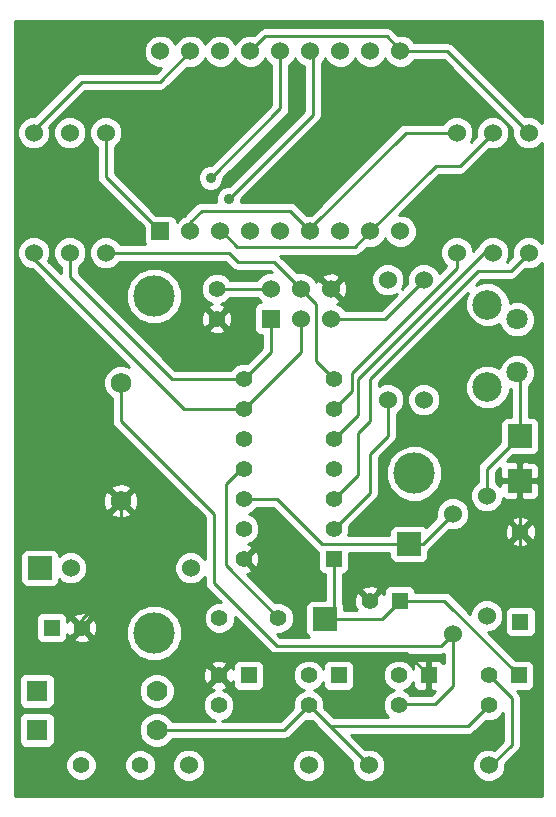
<source format=gtl>
G04 (created by PCBNEW-RS274X (2011-05-25)-stable) date Sun 28 Jul 2013 21:18:55 BST*
G01*
G70*
G90*
%MOIN*%
G04 Gerber Fmt 3.4, Leading zero omitted, Abs format*
%FSLAX34Y34*%
G04 APERTURE LIST*
%ADD10C,0.006000*%
%ADD11C,0.137800*%
%ADD12C,0.098400*%
%ADD13C,0.070900*%
%ADD14R,0.055000X0.055000*%
%ADD15C,0.055000*%
%ADD16R,0.060000X0.060000*%
%ADD17C,0.060000*%
%ADD18R,0.078700X0.078700*%
%ADD19C,0.068900*%
%ADD20C,0.070000*%
%ADD21R,0.070000X0.070000*%
%ADD22C,0.035000*%
%ADD23C,0.009800*%
%ADD24C,0.010000*%
G04 APERTURE END LIST*
G54D10*
G54D11*
X15354Y-32086D03*
X24016Y-26771D03*
X15354Y-20866D03*
G54D12*
X26457Y-21142D03*
G54D13*
X27441Y-21634D03*
X27441Y-23406D03*
G54D12*
X26457Y-23898D03*
G54D14*
X23533Y-31017D03*
G54D15*
X22533Y-31017D03*
G54D14*
X27500Y-33500D03*
G54D15*
X26500Y-33500D03*
X26500Y-34500D03*
G54D16*
X15551Y-18701D03*
G54D17*
X16551Y-18701D03*
X17551Y-18701D03*
X18551Y-18701D03*
X19551Y-18701D03*
X20551Y-18701D03*
X21551Y-18701D03*
X22551Y-18701D03*
X23551Y-18701D03*
X23551Y-12701D03*
X22551Y-12701D03*
X21551Y-12701D03*
X20551Y-12701D03*
X19551Y-12701D03*
X18551Y-12701D03*
X17551Y-12701D03*
X16551Y-12701D03*
X15551Y-12701D03*
G54D14*
X21333Y-29617D03*
G54D15*
X21333Y-28617D03*
X21333Y-27617D03*
X21333Y-26617D03*
X21333Y-25617D03*
X21333Y-24617D03*
X21333Y-23617D03*
X18333Y-23617D03*
X18333Y-24617D03*
X18333Y-25617D03*
X18333Y-26617D03*
X18333Y-27617D03*
X18333Y-28617D03*
X18333Y-29617D03*
G54D16*
X19233Y-21617D03*
G54D17*
X19233Y-20617D03*
X20233Y-21617D03*
X20233Y-20617D03*
X21233Y-21617D03*
X21233Y-20617D03*
G54D14*
X24500Y-33500D03*
G54D15*
X23500Y-33500D03*
X23500Y-34500D03*
G54D14*
X21500Y-33500D03*
G54D15*
X20500Y-33500D03*
X20500Y-34500D03*
G54D14*
X18500Y-33500D03*
G54D15*
X17500Y-33500D03*
X17500Y-34500D03*
G54D14*
X27559Y-31716D03*
G54D15*
X27559Y-28716D03*
G54D14*
X11933Y-31917D03*
G54D15*
X12933Y-31917D03*
X17520Y-31594D03*
X19488Y-31594D03*
X14882Y-36496D03*
X12914Y-36496D03*
G54D18*
X21033Y-31617D03*
X27533Y-25517D03*
X23833Y-29117D03*
X27533Y-27017D03*
X11533Y-29917D03*
G54D15*
X17433Y-20617D03*
X17433Y-21617D03*
G54D19*
X14233Y-23748D03*
X14233Y-27686D03*
G54D20*
X15433Y-35317D03*
G54D21*
X11433Y-35317D03*
G54D20*
X15433Y-34017D03*
G54D21*
X11433Y-34017D03*
G54D17*
X24333Y-20317D03*
X24333Y-24317D03*
X26500Y-36500D03*
X22500Y-36500D03*
X11333Y-19417D03*
X11333Y-15417D03*
X12533Y-19417D03*
X12533Y-15417D03*
X13733Y-19417D03*
X13733Y-15417D03*
X25433Y-19417D03*
X25433Y-15417D03*
X26633Y-19417D03*
X26633Y-15417D03*
X27833Y-19417D03*
X27833Y-15417D03*
X23133Y-24317D03*
X23133Y-20317D03*
X12567Y-29921D03*
X16567Y-29921D03*
X20500Y-36500D03*
X16500Y-36500D03*
X26433Y-27517D03*
X26433Y-31517D03*
X25295Y-28118D03*
X25295Y-32118D03*
G54D22*
X17233Y-16917D03*
X17833Y-17617D03*
G54D23*
X19551Y-14599D02*
X19551Y-12701D01*
X17233Y-16917D02*
X19551Y-14599D01*
X20633Y-14717D02*
X20633Y-14817D01*
X20633Y-14717D02*
X20633Y-12783D01*
X20551Y-12701D02*
X20633Y-12783D01*
X20633Y-14817D02*
X17833Y-17617D01*
X12533Y-19417D02*
X12533Y-20217D01*
X15933Y-23617D02*
X18333Y-23617D01*
X12533Y-20217D02*
X15933Y-23617D01*
X19233Y-21617D02*
X19233Y-22717D01*
X19233Y-22717D02*
X18333Y-23617D01*
X20233Y-20617D02*
X20733Y-21117D01*
X20733Y-23017D02*
X21333Y-23617D01*
X20733Y-21117D02*
X20733Y-23017D01*
X13733Y-19417D02*
X17833Y-19417D01*
X19333Y-19717D02*
X20233Y-20617D01*
X18133Y-19717D02*
X19333Y-19717D01*
X17833Y-19417D02*
X18133Y-19717D01*
X18333Y-27617D02*
X19433Y-27617D01*
X20933Y-29117D02*
X23833Y-29117D01*
X19433Y-27617D02*
X20933Y-29117D01*
X23833Y-29117D02*
X24296Y-29117D01*
X24296Y-29117D02*
X25295Y-28118D01*
X18333Y-26617D02*
X18233Y-26617D01*
X17733Y-29839D02*
X19488Y-31594D01*
X17733Y-27117D02*
X17733Y-29839D01*
X18233Y-26617D02*
X17733Y-27117D01*
X21233Y-21617D02*
X23033Y-21617D01*
X23033Y-21617D02*
X24333Y-20317D01*
X11333Y-19417D02*
X11333Y-19617D01*
X16333Y-24617D02*
X18333Y-24617D01*
X11333Y-19617D02*
X16333Y-24617D01*
X18333Y-24617D02*
X20233Y-22717D01*
X20233Y-22717D02*
X20233Y-21617D01*
X23551Y-12701D02*
X25117Y-12701D01*
X25117Y-12701D02*
X27833Y-15417D01*
X23551Y-12701D02*
X23551Y-12645D01*
X19047Y-12205D02*
X18551Y-12701D01*
X23111Y-12205D02*
X19047Y-12205D01*
X23551Y-12645D02*
X23111Y-12205D01*
X22551Y-18701D02*
X22551Y-18699D01*
X25533Y-16517D02*
X26633Y-15417D01*
X24733Y-16517D02*
X25533Y-16517D01*
X22551Y-18699D02*
X24733Y-16517D01*
X17551Y-18701D02*
X17596Y-18701D01*
X22035Y-19217D02*
X22551Y-18701D01*
X18112Y-19217D02*
X22035Y-19217D01*
X17596Y-18701D02*
X18112Y-19217D01*
X20551Y-18701D02*
X20551Y-18599D01*
X23733Y-15417D02*
X25433Y-15417D01*
X20551Y-18599D02*
X23733Y-15417D01*
X16551Y-18701D02*
X16551Y-18389D01*
X19861Y-18011D02*
X20551Y-18701D01*
X16929Y-18011D02*
X19861Y-18011D01*
X16551Y-18389D02*
X16929Y-18011D01*
X13733Y-15417D02*
X13733Y-16883D01*
X13733Y-16883D02*
X15551Y-18701D01*
X11333Y-15417D02*
X11333Y-15317D01*
X15535Y-13717D02*
X16551Y-12701D01*
X12933Y-13717D02*
X15535Y-13717D01*
X11333Y-15317D02*
X12933Y-13717D01*
X23133Y-24317D02*
X23133Y-25517D01*
X22533Y-27417D02*
X21333Y-28617D01*
X22533Y-26117D02*
X22533Y-27417D01*
X23133Y-25517D02*
X22533Y-26117D01*
X21333Y-27617D02*
X22133Y-26817D01*
X27233Y-20017D02*
X27833Y-19417D01*
X26133Y-20017D02*
X27233Y-20017D01*
X22533Y-23617D02*
X26133Y-20017D01*
X22533Y-25017D02*
X22533Y-23617D01*
X22133Y-25417D02*
X22533Y-25017D01*
X22133Y-26817D02*
X22133Y-25417D01*
X26633Y-19417D02*
X26333Y-19417D01*
X22133Y-24817D02*
X21333Y-25617D01*
X22133Y-23617D02*
X22133Y-24817D01*
X26333Y-19417D02*
X22133Y-23617D01*
X25433Y-19417D02*
X25433Y-19917D01*
X21933Y-24017D02*
X21333Y-24617D01*
X21933Y-23417D02*
X21933Y-24017D01*
X25433Y-19917D02*
X21933Y-23417D01*
X14233Y-23748D02*
X14233Y-25017D01*
X24896Y-32517D02*
X25295Y-32118D01*
X19433Y-32517D02*
X24896Y-32517D01*
X17333Y-30417D02*
X19433Y-32517D01*
X17333Y-28117D02*
X17333Y-30417D01*
X14233Y-25017D02*
X17333Y-28117D01*
X25295Y-32118D02*
X25295Y-33858D01*
X23552Y-34448D02*
X23500Y-34500D01*
X24705Y-34448D02*
X23552Y-34448D01*
X25295Y-33858D02*
X24705Y-34448D01*
X14233Y-27686D02*
X14233Y-28717D01*
X16833Y-32833D02*
X17500Y-33500D01*
X16833Y-31317D02*
X16833Y-32833D01*
X14233Y-28717D02*
X16833Y-31317D01*
X27559Y-28716D02*
X27559Y-29391D01*
X23433Y-30117D02*
X22533Y-31017D01*
X26833Y-30117D02*
X23433Y-30117D01*
X27559Y-29391D02*
X26833Y-30117D01*
X12933Y-31917D02*
X12933Y-31617D01*
X14233Y-30317D02*
X14233Y-27686D01*
X12933Y-31617D02*
X14233Y-30317D01*
X27559Y-28716D02*
X27559Y-27043D01*
X27559Y-27043D02*
X27533Y-27017D01*
X17500Y-33500D02*
X17524Y-33500D01*
X23756Y-32756D02*
X24500Y-33500D01*
X18268Y-32756D02*
X23756Y-32756D01*
X17524Y-33500D02*
X18268Y-32756D01*
X26500Y-36500D02*
X26590Y-36500D01*
X27264Y-34264D02*
X26500Y-33500D01*
X27264Y-35826D02*
X27264Y-34264D01*
X26590Y-36500D02*
X27264Y-35826D01*
X17433Y-20617D02*
X19233Y-20617D01*
X21333Y-29617D02*
X21333Y-31317D01*
X21333Y-31317D02*
X21033Y-31617D01*
X21033Y-31617D02*
X22933Y-31617D01*
X22933Y-31617D02*
X23533Y-31017D01*
X23533Y-31017D02*
X25017Y-31017D01*
X25017Y-31017D02*
X27500Y-33500D01*
X15433Y-35317D02*
X19683Y-35317D01*
X19683Y-35317D02*
X20500Y-34500D01*
X26433Y-27517D02*
X26433Y-26617D01*
X26433Y-26617D02*
X27533Y-25517D01*
X27533Y-25517D02*
X27533Y-23498D01*
X27533Y-23498D02*
X27441Y-23406D01*
X20500Y-34500D02*
X22500Y-36500D01*
X20500Y-34500D02*
X20523Y-34500D01*
X25803Y-35197D02*
X26500Y-34500D01*
X21220Y-35197D02*
X25803Y-35197D01*
X20523Y-34500D02*
X21220Y-35197D01*
G54D10*
G36*
X21034Y-30975D02*
X20591Y-30975D01*
X20499Y-31013D01*
X20429Y-31083D01*
X20391Y-31174D01*
X20391Y-31273D01*
X20391Y-32059D01*
X20429Y-32151D01*
X20496Y-32218D01*
X19556Y-32218D01*
X19457Y-32119D01*
X19592Y-32119D01*
X19785Y-32039D01*
X19933Y-31892D01*
X20013Y-31699D01*
X20013Y-31490D01*
X19933Y-31297D01*
X19786Y-31149D01*
X19593Y-31069D01*
X19385Y-31069D01*
X18852Y-30536D01*
X18852Y-29691D01*
X18841Y-29487D01*
X18785Y-29350D01*
X18694Y-29327D01*
X18404Y-29617D01*
X18694Y-29907D01*
X18785Y-29884D01*
X18852Y-29691D01*
X18852Y-30536D01*
X18442Y-30126D01*
X18463Y-30125D01*
X18600Y-30069D01*
X18623Y-29978D01*
X18368Y-29723D01*
X18333Y-29688D01*
X18262Y-29617D01*
X18333Y-29546D01*
X18368Y-29511D01*
X18623Y-29256D01*
X18600Y-29165D01*
X18481Y-29123D01*
X18630Y-29062D01*
X18778Y-28915D01*
X18858Y-28722D01*
X18858Y-28513D01*
X18778Y-28320D01*
X18631Y-28172D01*
X18497Y-28116D01*
X18630Y-28062D01*
X18776Y-27916D01*
X19309Y-27916D01*
X20721Y-29328D01*
X20722Y-29328D01*
X20809Y-29386D01*
X20809Y-29391D01*
X20809Y-29941D01*
X20847Y-30033D01*
X20917Y-30103D01*
X21008Y-30141D01*
X21034Y-30141D01*
X21034Y-30975D01*
X21034Y-30975D01*
G37*
G54D24*
X21034Y-30975D02*
X20591Y-30975D01*
X20499Y-31013D01*
X20429Y-31083D01*
X20391Y-31174D01*
X20391Y-31273D01*
X20391Y-32059D01*
X20429Y-32151D01*
X20496Y-32218D01*
X19556Y-32218D01*
X19457Y-32119D01*
X19592Y-32119D01*
X19785Y-32039D01*
X19933Y-31892D01*
X20013Y-31699D01*
X20013Y-31490D01*
X19933Y-31297D01*
X19786Y-31149D01*
X19593Y-31069D01*
X19385Y-31069D01*
X18852Y-30536D01*
X18852Y-29691D01*
X18841Y-29487D01*
X18785Y-29350D01*
X18694Y-29327D01*
X18404Y-29617D01*
X18694Y-29907D01*
X18785Y-29884D01*
X18852Y-29691D01*
X18852Y-30536D01*
X18442Y-30126D01*
X18463Y-30125D01*
X18600Y-30069D01*
X18623Y-29978D01*
X18368Y-29723D01*
X18333Y-29688D01*
X18262Y-29617D01*
X18333Y-29546D01*
X18368Y-29511D01*
X18623Y-29256D01*
X18600Y-29165D01*
X18481Y-29123D01*
X18630Y-29062D01*
X18778Y-28915D01*
X18858Y-28722D01*
X18858Y-28513D01*
X18778Y-28320D01*
X18631Y-28172D01*
X18497Y-28116D01*
X18630Y-28062D01*
X18776Y-27916D01*
X19309Y-27916D01*
X20721Y-29328D01*
X20722Y-29328D01*
X20809Y-29386D01*
X20809Y-29391D01*
X20809Y-29941D01*
X20847Y-30033D01*
X20917Y-30103D01*
X21008Y-30141D01*
X21034Y-30141D01*
X21034Y-30975D01*
G54D10*
G36*
X28274Y-19082D02*
X28144Y-18952D01*
X27942Y-18868D01*
X27724Y-18868D01*
X27522Y-18952D01*
X27368Y-19106D01*
X27284Y-19308D01*
X27284Y-19526D01*
X27289Y-19538D01*
X27109Y-19718D01*
X27102Y-19718D01*
X27182Y-19526D01*
X27182Y-19308D01*
X27098Y-19106D01*
X26944Y-18952D01*
X26742Y-18868D01*
X26524Y-18868D01*
X26322Y-18952D01*
X26168Y-19106D01*
X26128Y-19201D01*
X26121Y-19206D01*
X25982Y-19345D01*
X25982Y-19308D01*
X25898Y-19106D01*
X25744Y-18952D01*
X25542Y-18868D01*
X25324Y-18868D01*
X25122Y-18952D01*
X24968Y-19106D01*
X24884Y-19308D01*
X24884Y-19526D01*
X24968Y-19728D01*
X25083Y-19843D01*
X24834Y-20092D01*
X24798Y-20006D01*
X24644Y-19852D01*
X24442Y-19768D01*
X24224Y-19768D01*
X24022Y-19852D01*
X23868Y-20006D01*
X23784Y-20208D01*
X23784Y-20426D01*
X23789Y-20438D01*
X23598Y-20628D01*
X23682Y-20426D01*
X23682Y-20208D01*
X23598Y-20006D01*
X23444Y-19852D01*
X23242Y-19768D01*
X23024Y-19768D01*
X22822Y-19852D01*
X22668Y-20006D01*
X22584Y-20208D01*
X22584Y-20426D01*
X22668Y-20628D01*
X22822Y-20782D01*
X23024Y-20866D01*
X23242Y-20866D01*
X23444Y-20782D01*
X22909Y-21318D01*
X21776Y-21318D01*
X21776Y-20696D01*
X21765Y-20483D01*
X21705Y-20336D01*
X21611Y-20309D01*
X21541Y-20379D01*
X21541Y-20239D01*
X21514Y-20145D01*
X21312Y-20074D01*
X21099Y-20085D01*
X20952Y-20145D01*
X20925Y-20239D01*
X21233Y-20546D01*
X21541Y-20239D01*
X21541Y-20379D01*
X21304Y-20617D01*
X21611Y-20925D01*
X21705Y-20898D01*
X21776Y-20696D01*
X21776Y-21318D01*
X21702Y-21318D01*
X21698Y-21306D01*
X21544Y-21152D01*
X21452Y-21114D01*
X21514Y-21089D01*
X21541Y-20995D01*
X21268Y-20723D01*
X21233Y-20688D01*
X21162Y-20617D01*
X21127Y-20582D01*
X20855Y-20309D01*
X20761Y-20336D01*
X20737Y-20401D01*
X20698Y-20306D01*
X20544Y-20152D01*
X20342Y-20068D01*
X20124Y-20068D01*
X20111Y-20073D01*
X19554Y-19516D01*
X22035Y-19516D01*
X22035Y-19515D01*
X22130Y-19496D01*
X22149Y-19493D01*
X22150Y-19493D01*
X22246Y-19428D01*
X22429Y-19244D01*
X22442Y-19250D01*
X22660Y-19250D01*
X22862Y-19166D01*
X23016Y-19012D01*
X23051Y-18927D01*
X23086Y-19012D01*
X23240Y-19166D01*
X23442Y-19250D01*
X23660Y-19250D01*
X23862Y-19166D01*
X24016Y-19012D01*
X24100Y-18810D01*
X24100Y-18592D01*
X24016Y-18390D01*
X23862Y-18236D01*
X23660Y-18152D01*
X23520Y-18152D01*
X24856Y-16816D01*
X25533Y-16816D01*
X25533Y-16815D01*
X25628Y-16796D01*
X25647Y-16793D01*
X25648Y-16793D01*
X25744Y-16728D01*
X26511Y-15960D01*
X26524Y-15966D01*
X26742Y-15966D01*
X26944Y-15882D01*
X27098Y-15728D01*
X27182Y-15526D01*
X27182Y-15308D01*
X27098Y-15106D01*
X26944Y-14952D01*
X26742Y-14868D01*
X26524Y-14868D01*
X26322Y-14952D01*
X26168Y-15106D01*
X26084Y-15308D01*
X26084Y-15526D01*
X26089Y-15538D01*
X25898Y-15728D01*
X25982Y-15526D01*
X25982Y-15308D01*
X25898Y-15106D01*
X25744Y-14952D01*
X25542Y-14868D01*
X25324Y-14868D01*
X25122Y-14952D01*
X24968Y-15106D01*
X24963Y-15118D01*
X23733Y-15118D01*
X23637Y-15137D01*
X23618Y-15141D01*
X23522Y-15206D01*
X20576Y-18152D01*
X20442Y-18152D01*
X20429Y-18157D01*
X20072Y-17800D01*
X19976Y-17735D01*
X19956Y-17731D01*
X19861Y-17712D01*
X18253Y-17712D01*
X18258Y-17702D01*
X18258Y-17614D01*
X20844Y-15029D01*
X20844Y-15028D01*
X20886Y-14964D01*
X20908Y-14932D01*
X20909Y-14931D01*
X20931Y-14818D01*
X20932Y-14817D01*
X20932Y-14717D01*
X20932Y-13096D01*
X21016Y-13012D01*
X21051Y-12927D01*
X21086Y-13012D01*
X21240Y-13166D01*
X21442Y-13250D01*
X21660Y-13250D01*
X21862Y-13166D01*
X22016Y-13012D01*
X22051Y-12927D01*
X22086Y-13012D01*
X22240Y-13166D01*
X22442Y-13250D01*
X22660Y-13250D01*
X22862Y-13166D01*
X23016Y-13012D01*
X23051Y-12927D01*
X23086Y-13012D01*
X23240Y-13166D01*
X23442Y-13250D01*
X23660Y-13250D01*
X23862Y-13166D01*
X24016Y-13012D01*
X24020Y-13000D01*
X24994Y-13000D01*
X27289Y-15295D01*
X27284Y-15308D01*
X27284Y-15526D01*
X27368Y-15728D01*
X27522Y-15882D01*
X27724Y-15966D01*
X27942Y-15966D01*
X28144Y-15882D01*
X28274Y-15752D01*
X28274Y-19082D01*
X28274Y-19082D01*
G37*
G54D24*
X28274Y-19082D02*
X28144Y-18952D01*
X27942Y-18868D01*
X27724Y-18868D01*
X27522Y-18952D01*
X27368Y-19106D01*
X27284Y-19308D01*
X27284Y-19526D01*
X27289Y-19538D01*
X27109Y-19718D01*
X27102Y-19718D01*
X27182Y-19526D01*
X27182Y-19308D01*
X27098Y-19106D01*
X26944Y-18952D01*
X26742Y-18868D01*
X26524Y-18868D01*
X26322Y-18952D01*
X26168Y-19106D01*
X26128Y-19201D01*
X26121Y-19206D01*
X25982Y-19345D01*
X25982Y-19308D01*
X25898Y-19106D01*
X25744Y-18952D01*
X25542Y-18868D01*
X25324Y-18868D01*
X25122Y-18952D01*
X24968Y-19106D01*
X24884Y-19308D01*
X24884Y-19526D01*
X24968Y-19728D01*
X25083Y-19843D01*
X24834Y-20092D01*
X24798Y-20006D01*
X24644Y-19852D01*
X24442Y-19768D01*
X24224Y-19768D01*
X24022Y-19852D01*
X23868Y-20006D01*
X23784Y-20208D01*
X23784Y-20426D01*
X23789Y-20438D01*
X23598Y-20628D01*
X23682Y-20426D01*
X23682Y-20208D01*
X23598Y-20006D01*
X23444Y-19852D01*
X23242Y-19768D01*
X23024Y-19768D01*
X22822Y-19852D01*
X22668Y-20006D01*
X22584Y-20208D01*
X22584Y-20426D01*
X22668Y-20628D01*
X22822Y-20782D01*
X23024Y-20866D01*
X23242Y-20866D01*
X23444Y-20782D01*
X22909Y-21318D01*
X21776Y-21318D01*
X21776Y-20696D01*
X21765Y-20483D01*
X21705Y-20336D01*
X21611Y-20309D01*
X21541Y-20379D01*
X21541Y-20239D01*
X21514Y-20145D01*
X21312Y-20074D01*
X21099Y-20085D01*
X20952Y-20145D01*
X20925Y-20239D01*
X21233Y-20546D01*
X21541Y-20239D01*
X21541Y-20379D01*
X21304Y-20617D01*
X21611Y-20925D01*
X21705Y-20898D01*
X21776Y-20696D01*
X21776Y-21318D01*
X21702Y-21318D01*
X21698Y-21306D01*
X21544Y-21152D01*
X21452Y-21114D01*
X21514Y-21089D01*
X21541Y-20995D01*
X21268Y-20723D01*
X21233Y-20688D01*
X21162Y-20617D01*
X21127Y-20582D01*
X20855Y-20309D01*
X20761Y-20336D01*
X20737Y-20401D01*
X20698Y-20306D01*
X20544Y-20152D01*
X20342Y-20068D01*
X20124Y-20068D01*
X20111Y-20073D01*
X19554Y-19516D01*
X22035Y-19516D01*
X22035Y-19515D01*
X22130Y-19496D01*
X22149Y-19493D01*
X22150Y-19493D01*
X22246Y-19428D01*
X22429Y-19244D01*
X22442Y-19250D01*
X22660Y-19250D01*
X22862Y-19166D01*
X23016Y-19012D01*
X23051Y-18927D01*
X23086Y-19012D01*
X23240Y-19166D01*
X23442Y-19250D01*
X23660Y-19250D01*
X23862Y-19166D01*
X24016Y-19012D01*
X24100Y-18810D01*
X24100Y-18592D01*
X24016Y-18390D01*
X23862Y-18236D01*
X23660Y-18152D01*
X23520Y-18152D01*
X24856Y-16816D01*
X25533Y-16816D01*
X25533Y-16815D01*
X25628Y-16796D01*
X25647Y-16793D01*
X25648Y-16793D01*
X25744Y-16728D01*
X26511Y-15960D01*
X26524Y-15966D01*
X26742Y-15966D01*
X26944Y-15882D01*
X27098Y-15728D01*
X27182Y-15526D01*
X27182Y-15308D01*
X27098Y-15106D01*
X26944Y-14952D01*
X26742Y-14868D01*
X26524Y-14868D01*
X26322Y-14952D01*
X26168Y-15106D01*
X26084Y-15308D01*
X26084Y-15526D01*
X26089Y-15538D01*
X25898Y-15728D01*
X25982Y-15526D01*
X25982Y-15308D01*
X25898Y-15106D01*
X25744Y-14952D01*
X25542Y-14868D01*
X25324Y-14868D01*
X25122Y-14952D01*
X24968Y-15106D01*
X24963Y-15118D01*
X23733Y-15118D01*
X23637Y-15137D01*
X23618Y-15141D01*
X23522Y-15206D01*
X20576Y-18152D01*
X20442Y-18152D01*
X20429Y-18157D01*
X20072Y-17800D01*
X19976Y-17735D01*
X19956Y-17731D01*
X19861Y-17712D01*
X18253Y-17712D01*
X18258Y-17702D01*
X18258Y-17614D01*
X20844Y-15029D01*
X20844Y-15028D01*
X20886Y-14964D01*
X20908Y-14932D01*
X20909Y-14931D01*
X20931Y-14818D01*
X20932Y-14817D01*
X20932Y-14717D01*
X20932Y-13096D01*
X21016Y-13012D01*
X21051Y-12927D01*
X21086Y-13012D01*
X21240Y-13166D01*
X21442Y-13250D01*
X21660Y-13250D01*
X21862Y-13166D01*
X22016Y-13012D01*
X22051Y-12927D01*
X22086Y-13012D01*
X22240Y-13166D01*
X22442Y-13250D01*
X22660Y-13250D01*
X22862Y-13166D01*
X23016Y-13012D01*
X23051Y-12927D01*
X23086Y-13012D01*
X23240Y-13166D01*
X23442Y-13250D01*
X23660Y-13250D01*
X23862Y-13166D01*
X24016Y-13012D01*
X24020Y-13000D01*
X24994Y-13000D01*
X27289Y-15295D01*
X27284Y-15308D01*
X27284Y-15526D01*
X27368Y-15728D01*
X27522Y-15882D01*
X27724Y-15966D01*
X27942Y-15966D01*
X28144Y-15882D01*
X28274Y-15752D01*
X28274Y-19082D01*
G54D10*
G36*
X28274Y-37526D02*
X28176Y-37526D01*
X28176Y-27129D01*
X28176Y-26905D01*
X28175Y-26673D01*
X28175Y-26574D01*
X28175Y-25960D01*
X28175Y-25861D01*
X28175Y-25075D01*
X28137Y-24983D01*
X28067Y-24913D01*
X27976Y-24875D01*
X27877Y-24875D01*
X27832Y-24875D01*
X27832Y-23868D01*
X27952Y-23748D01*
X28044Y-23527D01*
X28044Y-23287D01*
X27953Y-23065D01*
X27783Y-22895D01*
X27562Y-22803D01*
X27322Y-22803D01*
X27100Y-22894D01*
X26930Y-23064D01*
X26849Y-23257D01*
X26605Y-23156D01*
X26310Y-23156D01*
X26037Y-23269D01*
X25828Y-23477D01*
X25715Y-23750D01*
X25715Y-24045D01*
X25828Y-24318D01*
X26036Y-24527D01*
X26309Y-24640D01*
X26604Y-24640D01*
X26877Y-24527D01*
X27086Y-24319D01*
X27199Y-24046D01*
X27199Y-23958D01*
X27234Y-23973D01*
X27234Y-24875D01*
X27091Y-24875D01*
X26999Y-24913D01*
X26929Y-24983D01*
X26891Y-25074D01*
X26891Y-25173D01*
X26891Y-25736D01*
X26222Y-26406D01*
X26157Y-26502D01*
X26153Y-26521D01*
X26134Y-26617D01*
X26134Y-27047D01*
X26122Y-27052D01*
X25968Y-27206D01*
X25884Y-27408D01*
X25884Y-27626D01*
X25968Y-27828D01*
X26122Y-27982D01*
X26324Y-28066D01*
X26542Y-28066D01*
X26744Y-27982D01*
X26898Y-27828D01*
X26982Y-27626D01*
X26982Y-27604D01*
X26999Y-27621D01*
X27091Y-27659D01*
X27421Y-27660D01*
X27483Y-27598D01*
X27483Y-27067D01*
X26952Y-27067D01*
X26890Y-27129D01*
X26890Y-27198D01*
X26744Y-27052D01*
X26732Y-27047D01*
X26732Y-26740D01*
X26891Y-26581D01*
X26891Y-26673D01*
X26890Y-26905D01*
X26952Y-26967D01*
X27483Y-26967D01*
X27483Y-26436D01*
X27421Y-26374D01*
X27097Y-26374D01*
X27313Y-26159D01*
X27975Y-26159D01*
X28067Y-26121D01*
X28137Y-26051D01*
X28175Y-25960D01*
X28175Y-26574D01*
X28137Y-26483D01*
X28067Y-26413D01*
X27975Y-26375D01*
X27645Y-26374D01*
X27583Y-26436D01*
X27583Y-26967D01*
X28114Y-26967D01*
X28176Y-26905D01*
X28176Y-27129D01*
X28114Y-27067D01*
X27583Y-27067D01*
X27583Y-27598D01*
X27645Y-27660D01*
X27975Y-27659D01*
X28067Y-27621D01*
X28137Y-27551D01*
X28175Y-27460D01*
X28175Y-27361D01*
X28176Y-27129D01*
X28176Y-37526D01*
X28083Y-37526D01*
X28083Y-32041D01*
X28083Y-31942D01*
X28083Y-31392D01*
X28078Y-31379D01*
X28078Y-28790D01*
X28067Y-28586D01*
X28011Y-28449D01*
X27920Y-28426D01*
X27849Y-28497D01*
X27849Y-28355D01*
X27826Y-28264D01*
X27633Y-28197D01*
X27429Y-28208D01*
X27292Y-28264D01*
X27269Y-28355D01*
X27559Y-28645D01*
X27849Y-28355D01*
X27849Y-28497D01*
X27630Y-28716D01*
X27920Y-29006D01*
X28011Y-28983D01*
X28078Y-28790D01*
X28078Y-31379D01*
X28045Y-31300D01*
X27975Y-31230D01*
X27884Y-31192D01*
X27849Y-31192D01*
X27849Y-29077D01*
X27559Y-28787D01*
X27488Y-28858D01*
X27488Y-28716D01*
X27198Y-28426D01*
X27107Y-28449D01*
X27040Y-28642D01*
X27051Y-28846D01*
X27107Y-28983D01*
X27198Y-29006D01*
X27488Y-28716D01*
X27488Y-28858D01*
X27269Y-29077D01*
X27292Y-29168D01*
X27485Y-29235D01*
X27689Y-29224D01*
X27826Y-29168D01*
X27849Y-29077D01*
X27849Y-31192D01*
X27785Y-31192D01*
X27235Y-31192D01*
X27143Y-31230D01*
X27073Y-31300D01*
X27035Y-31391D01*
X27035Y-31490D01*
X27035Y-32040D01*
X27073Y-32132D01*
X27143Y-32202D01*
X27234Y-32240D01*
X27333Y-32240D01*
X27883Y-32240D01*
X27975Y-32202D01*
X28045Y-32132D01*
X28083Y-32041D01*
X28083Y-37526D01*
X21049Y-37526D01*
X21049Y-36609D01*
X21049Y-36391D01*
X20965Y-36189D01*
X20811Y-36035D01*
X20609Y-35951D01*
X20391Y-35951D01*
X20189Y-36035D01*
X20035Y-36189D01*
X19951Y-36391D01*
X19951Y-36609D01*
X20035Y-36811D01*
X20189Y-36965D01*
X20391Y-37049D01*
X20609Y-37049D01*
X20811Y-36965D01*
X20965Y-36811D01*
X21049Y-36609D01*
X21049Y-37526D01*
X17049Y-37526D01*
X17049Y-36609D01*
X17049Y-36391D01*
X16965Y-36189D01*
X16811Y-36035D01*
X16609Y-35951D01*
X16391Y-35951D01*
X16189Y-36035D01*
X16035Y-36189D01*
X15951Y-36391D01*
X15951Y-36609D01*
X16035Y-36811D01*
X16189Y-36965D01*
X16391Y-37049D01*
X16609Y-37049D01*
X16811Y-36965D01*
X16965Y-36811D01*
X17049Y-36609D01*
X17049Y-37526D01*
X15407Y-37526D01*
X15407Y-36601D01*
X15407Y-36392D01*
X15327Y-36199D01*
X15180Y-36051D01*
X14987Y-35971D01*
X14778Y-35971D01*
X14585Y-36051D01*
X14437Y-36198D01*
X14357Y-36391D01*
X14357Y-36600D01*
X14437Y-36793D01*
X14584Y-36941D01*
X14777Y-37021D01*
X14986Y-37021D01*
X15179Y-36941D01*
X15327Y-36794D01*
X15407Y-36601D01*
X15407Y-37526D01*
X13452Y-37526D01*
X13452Y-31991D01*
X13441Y-31787D01*
X13385Y-31650D01*
X13294Y-31627D01*
X13223Y-31698D01*
X13223Y-31556D01*
X13200Y-31465D01*
X13116Y-31435D01*
X13116Y-30030D01*
X13116Y-29812D01*
X13032Y-29610D01*
X12878Y-29456D01*
X12676Y-29372D01*
X12458Y-29372D01*
X12256Y-29456D01*
X12175Y-29537D01*
X12175Y-29475D01*
X12137Y-29383D01*
X12067Y-29313D01*
X11976Y-29275D01*
X11877Y-29275D01*
X11091Y-29275D01*
X10999Y-29313D01*
X10929Y-29383D01*
X10891Y-29474D01*
X10891Y-29573D01*
X10891Y-30359D01*
X10929Y-30451D01*
X10999Y-30521D01*
X11090Y-30559D01*
X11189Y-30559D01*
X11975Y-30559D01*
X12067Y-30521D01*
X12137Y-30451D01*
X12175Y-30360D01*
X12175Y-30305D01*
X12256Y-30386D01*
X12458Y-30470D01*
X12676Y-30470D01*
X12878Y-30386D01*
X13032Y-30232D01*
X13116Y-30030D01*
X13116Y-31435D01*
X13007Y-31398D01*
X12803Y-31409D01*
X12666Y-31465D01*
X12643Y-31556D01*
X12933Y-31846D01*
X13223Y-31556D01*
X13223Y-31698D01*
X13004Y-31917D01*
X13294Y-32207D01*
X13385Y-32184D01*
X13452Y-31991D01*
X13452Y-37526D01*
X13439Y-37526D01*
X13439Y-36601D01*
X13439Y-36392D01*
X13359Y-36199D01*
X13223Y-36062D01*
X13223Y-32278D01*
X12933Y-31988D01*
X12862Y-32059D01*
X12862Y-31917D01*
X12572Y-31627D01*
X12481Y-31650D01*
X12457Y-31719D01*
X12457Y-31593D01*
X12419Y-31501D01*
X12349Y-31431D01*
X12258Y-31393D01*
X12159Y-31393D01*
X11609Y-31393D01*
X11517Y-31431D01*
X11447Y-31501D01*
X11409Y-31592D01*
X11409Y-31691D01*
X11409Y-32241D01*
X11447Y-32333D01*
X11517Y-32403D01*
X11608Y-32441D01*
X11707Y-32441D01*
X12257Y-32441D01*
X12349Y-32403D01*
X12419Y-32333D01*
X12457Y-32242D01*
X12457Y-32143D01*
X12457Y-32125D01*
X12481Y-32184D01*
X12572Y-32207D01*
X12862Y-31917D01*
X12862Y-32059D01*
X12643Y-32278D01*
X12666Y-32369D01*
X12859Y-32436D01*
X13063Y-32425D01*
X13200Y-32369D01*
X13223Y-32278D01*
X13223Y-36062D01*
X13212Y-36051D01*
X13019Y-35971D01*
X12810Y-35971D01*
X12617Y-36051D01*
X12469Y-36198D01*
X12389Y-36391D01*
X12389Y-36600D01*
X12469Y-36793D01*
X12616Y-36941D01*
X12809Y-37021D01*
X13018Y-37021D01*
X13211Y-36941D01*
X13359Y-36794D01*
X13439Y-36601D01*
X13439Y-37526D01*
X12032Y-37526D01*
X12032Y-35717D01*
X12032Y-35618D01*
X12032Y-34918D01*
X12032Y-34417D01*
X12032Y-34318D01*
X12032Y-33618D01*
X11994Y-33526D01*
X11924Y-33456D01*
X11833Y-33418D01*
X11734Y-33418D01*
X11034Y-33418D01*
X10942Y-33456D01*
X10872Y-33526D01*
X10834Y-33617D01*
X10834Y-33716D01*
X10834Y-34416D01*
X10872Y-34508D01*
X10942Y-34578D01*
X11033Y-34616D01*
X11132Y-34616D01*
X11832Y-34616D01*
X11924Y-34578D01*
X11994Y-34508D01*
X12032Y-34417D01*
X12032Y-34918D01*
X11994Y-34826D01*
X11924Y-34756D01*
X11833Y-34718D01*
X11734Y-34718D01*
X11034Y-34718D01*
X10942Y-34756D01*
X10872Y-34826D01*
X10834Y-34917D01*
X10834Y-35016D01*
X10834Y-35716D01*
X10872Y-35808D01*
X10942Y-35878D01*
X11033Y-35916D01*
X11132Y-35916D01*
X11832Y-35916D01*
X11924Y-35878D01*
X11994Y-35808D01*
X12032Y-35717D01*
X12032Y-37526D01*
X10702Y-37526D01*
X10702Y-11686D01*
X28274Y-11686D01*
X28274Y-15082D01*
X28144Y-14952D01*
X27942Y-14868D01*
X27724Y-14868D01*
X27711Y-14873D01*
X25328Y-12490D01*
X25232Y-12425D01*
X25212Y-12421D01*
X25117Y-12402D01*
X24020Y-12402D01*
X24016Y-12390D01*
X23862Y-12236D01*
X23660Y-12152D01*
X23480Y-12152D01*
X23322Y-11994D01*
X23226Y-11929D01*
X23206Y-11925D01*
X23111Y-11906D01*
X19047Y-11906D01*
X18933Y-11929D01*
X18900Y-11951D01*
X18835Y-11994D01*
X18672Y-12157D01*
X18660Y-12152D01*
X18442Y-12152D01*
X18240Y-12236D01*
X18086Y-12390D01*
X18051Y-12474D01*
X18016Y-12390D01*
X17862Y-12236D01*
X17660Y-12152D01*
X17442Y-12152D01*
X17240Y-12236D01*
X17086Y-12390D01*
X17051Y-12474D01*
X17016Y-12390D01*
X16862Y-12236D01*
X16660Y-12152D01*
X16442Y-12152D01*
X16240Y-12236D01*
X16086Y-12390D01*
X16051Y-12474D01*
X16016Y-12390D01*
X15862Y-12236D01*
X15660Y-12152D01*
X15442Y-12152D01*
X15240Y-12236D01*
X15086Y-12390D01*
X15002Y-12592D01*
X15002Y-12810D01*
X15086Y-13012D01*
X15240Y-13166D01*
X15442Y-13250D01*
X15579Y-13250D01*
X15411Y-13418D01*
X12933Y-13418D01*
X12819Y-13441D01*
X12786Y-13463D01*
X12721Y-13506D01*
X11359Y-14868D01*
X11224Y-14868D01*
X11022Y-14952D01*
X10868Y-15106D01*
X10784Y-15308D01*
X10784Y-15526D01*
X10868Y-15728D01*
X11022Y-15882D01*
X11224Y-15966D01*
X11442Y-15966D01*
X11644Y-15882D01*
X11798Y-15728D01*
X11882Y-15526D01*
X11882Y-15308D01*
X11847Y-15224D01*
X13056Y-14016D01*
X15535Y-14016D01*
X15535Y-14015D01*
X15630Y-13996D01*
X15649Y-13993D01*
X15650Y-13993D01*
X15746Y-13928D01*
X16429Y-13244D01*
X16442Y-13250D01*
X16660Y-13250D01*
X16862Y-13166D01*
X17016Y-13012D01*
X17051Y-12927D01*
X17086Y-13012D01*
X17240Y-13166D01*
X17442Y-13250D01*
X17660Y-13250D01*
X17862Y-13166D01*
X18016Y-13012D01*
X18051Y-12927D01*
X18086Y-13012D01*
X18240Y-13166D01*
X18442Y-13250D01*
X18660Y-13250D01*
X18862Y-13166D01*
X19016Y-13012D01*
X19051Y-12927D01*
X19086Y-13012D01*
X19240Y-13166D01*
X19252Y-13170D01*
X19252Y-14475D01*
X17235Y-16492D01*
X17149Y-16492D01*
X16993Y-16556D01*
X16873Y-16676D01*
X16808Y-16832D01*
X16808Y-17001D01*
X16872Y-17157D01*
X16992Y-17277D01*
X17148Y-17342D01*
X17317Y-17342D01*
X17473Y-17278D01*
X17593Y-17158D01*
X17658Y-17002D01*
X17658Y-16914D01*
X19762Y-14811D01*
X19762Y-14810D01*
X19827Y-14714D01*
X19827Y-14713D01*
X19830Y-14694D01*
X19849Y-14599D01*
X19850Y-14599D01*
X19850Y-13170D01*
X19862Y-13166D01*
X20016Y-13012D01*
X20051Y-12927D01*
X20086Y-13012D01*
X20240Y-13166D01*
X20334Y-13205D01*
X20334Y-14693D01*
X17835Y-17192D01*
X17749Y-17192D01*
X17593Y-17256D01*
X17473Y-17376D01*
X17408Y-17532D01*
X17408Y-17701D01*
X17412Y-17712D01*
X16929Y-17712D01*
X16815Y-17735D01*
X16782Y-17757D01*
X16717Y-17800D01*
X16340Y-18178D01*
X16324Y-18200D01*
X16240Y-18236D01*
X16100Y-18376D01*
X16100Y-18352D01*
X16062Y-18260D01*
X15992Y-18190D01*
X15901Y-18152D01*
X15802Y-18152D01*
X15424Y-18152D01*
X14032Y-16760D01*
X14032Y-15886D01*
X14044Y-15882D01*
X14198Y-15728D01*
X14282Y-15526D01*
X14282Y-15308D01*
X14198Y-15106D01*
X14044Y-14952D01*
X13842Y-14868D01*
X13624Y-14868D01*
X13422Y-14952D01*
X13268Y-15106D01*
X13184Y-15308D01*
X13184Y-15526D01*
X13268Y-15728D01*
X13422Y-15882D01*
X13434Y-15886D01*
X13434Y-16883D01*
X13453Y-16978D01*
X13457Y-16998D01*
X13522Y-17094D01*
X15002Y-18574D01*
X15002Y-19050D01*
X15030Y-19118D01*
X14202Y-19118D01*
X14198Y-19106D01*
X14044Y-18952D01*
X13842Y-18868D01*
X13624Y-18868D01*
X13422Y-18952D01*
X13268Y-19106D01*
X13184Y-19308D01*
X13184Y-19526D01*
X13268Y-19728D01*
X13422Y-19882D01*
X13624Y-19966D01*
X13842Y-19966D01*
X14044Y-19882D01*
X14198Y-19728D01*
X14202Y-19716D01*
X17709Y-19716D01*
X17921Y-19928D01*
X17922Y-19928D01*
X18018Y-19993D01*
X18019Y-19993D01*
X18037Y-19996D01*
X18133Y-20016D01*
X19209Y-20016D01*
X19261Y-20068D01*
X19124Y-20068D01*
X18922Y-20152D01*
X18768Y-20306D01*
X18763Y-20318D01*
X17876Y-20318D01*
X17731Y-20172D01*
X17538Y-20092D01*
X17329Y-20092D01*
X17136Y-20172D01*
X16988Y-20319D01*
X16908Y-20512D01*
X16908Y-20721D01*
X16988Y-20914D01*
X17135Y-21062D01*
X17275Y-21120D01*
X17166Y-21165D01*
X17143Y-21256D01*
X17433Y-21546D01*
X17723Y-21256D01*
X17700Y-21165D01*
X17581Y-21123D01*
X17730Y-21062D01*
X17876Y-20916D01*
X18763Y-20916D01*
X18768Y-20928D01*
X18908Y-21068D01*
X18884Y-21068D01*
X18792Y-21106D01*
X18722Y-21176D01*
X18684Y-21267D01*
X18684Y-21366D01*
X18684Y-21966D01*
X18722Y-22058D01*
X18792Y-22128D01*
X18883Y-22166D01*
X18934Y-22166D01*
X18934Y-22593D01*
X18435Y-23092D01*
X18229Y-23092D01*
X18036Y-23172D01*
X17952Y-23255D01*
X17952Y-21691D01*
X17941Y-21487D01*
X17885Y-21350D01*
X17794Y-21327D01*
X17504Y-21617D01*
X17794Y-21907D01*
X17885Y-21884D01*
X17952Y-21691D01*
X17952Y-23255D01*
X17889Y-23318D01*
X17723Y-23318D01*
X17723Y-21978D01*
X17433Y-21688D01*
X17362Y-21759D01*
X17362Y-21617D01*
X17072Y-21327D01*
X16981Y-21350D01*
X16914Y-21543D01*
X16925Y-21747D01*
X16981Y-21884D01*
X17072Y-21907D01*
X17362Y-21617D01*
X17362Y-21759D01*
X17143Y-21978D01*
X17166Y-22069D01*
X17359Y-22136D01*
X17563Y-22125D01*
X17700Y-22069D01*
X17723Y-21978D01*
X17723Y-23318D01*
X16293Y-23318D01*
X16293Y-21053D01*
X16293Y-20680D01*
X16150Y-20335D01*
X15886Y-20071D01*
X15541Y-19927D01*
X15168Y-19927D01*
X14823Y-20070D01*
X14559Y-20334D01*
X14415Y-20679D01*
X14415Y-21052D01*
X14558Y-21397D01*
X14822Y-21661D01*
X15167Y-21805D01*
X15540Y-21805D01*
X15885Y-21662D01*
X16149Y-21398D01*
X16293Y-21053D01*
X16293Y-23318D01*
X16056Y-23318D01*
X12832Y-20093D01*
X12832Y-19886D01*
X12844Y-19882D01*
X12998Y-19728D01*
X13082Y-19526D01*
X13082Y-19308D01*
X13082Y-15526D01*
X13082Y-15308D01*
X12998Y-15106D01*
X12844Y-14952D01*
X12642Y-14868D01*
X12424Y-14868D01*
X12222Y-14952D01*
X12068Y-15106D01*
X11984Y-15308D01*
X11984Y-15526D01*
X12068Y-15728D01*
X12222Y-15882D01*
X12424Y-15966D01*
X12642Y-15966D01*
X12844Y-15882D01*
X12998Y-15728D01*
X13082Y-15526D01*
X13082Y-19308D01*
X12998Y-19106D01*
X12844Y-18952D01*
X12642Y-18868D01*
X12424Y-18868D01*
X12222Y-18952D01*
X12068Y-19106D01*
X11984Y-19308D01*
X11984Y-19526D01*
X12068Y-19728D01*
X12222Y-19882D01*
X12234Y-19886D01*
X12234Y-20096D01*
X11817Y-19679D01*
X11882Y-19526D01*
X11882Y-19308D01*
X11798Y-19106D01*
X11644Y-18952D01*
X11442Y-18868D01*
X11224Y-18868D01*
X11022Y-18952D01*
X10868Y-19106D01*
X10784Y-19308D01*
X10784Y-19526D01*
X10868Y-19728D01*
X11022Y-19882D01*
X11224Y-19966D01*
X11260Y-19966D01*
X14517Y-23223D01*
X14351Y-23155D01*
X14115Y-23155D01*
X13897Y-23245D01*
X13730Y-23412D01*
X13640Y-23630D01*
X13640Y-23866D01*
X13730Y-24084D01*
X13897Y-24251D01*
X13934Y-24266D01*
X13934Y-25017D01*
X13953Y-25112D01*
X13957Y-25132D01*
X14022Y-25228D01*
X17034Y-28240D01*
X17034Y-29614D01*
X17032Y-29610D01*
X16878Y-29456D01*
X16676Y-29372D01*
X16458Y-29372D01*
X16256Y-29456D01*
X16102Y-29610D01*
X16018Y-29812D01*
X16018Y-30030D01*
X16102Y-30232D01*
X16256Y-30386D01*
X16458Y-30470D01*
X16676Y-30470D01*
X16878Y-30386D01*
X17032Y-30232D01*
X17034Y-30227D01*
X17034Y-30417D01*
X17053Y-30512D01*
X17057Y-30532D01*
X17122Y-30628D01*
X17562Y-31069D01*
X17416Y-31069D01*
X17223Y-31149D01*
X17075Y-31296D01*
X16995Y-31489D01*
X16995Y-31698D01*
X17075Y-31891D01*
X17222Y-32039D01*
X17415Y-32119D01*
X17624Y-32119D01*
X17817Y-32039D01*
X17965Y-31892D01*
X18045Y-31699D01*
X18045Y-31551D01*
X19221Y-32728D01*
X19222Y-32728D01*
X19286Y-32770D01*
X19318Y-32792D01*
X19319Y-32793D01*
X19432Y-32815D01*
X19433Y-32816D01*
X24896Y-32816D01*
X24896Y-32815D01*
X24991Y-32796D01*
X24996Y-32795D01*
X24996Y-33107D01*
X24986Y-33084D01*
X24916Y-33014D01*
X24824Y-32976D01*
X24612Y-32975D01*
X24550Y-33037D01*
X24550Y-33400D01*
X24550Y-33450D01*
X24550Y-33550D01*
X24550Y-33600D01*
X24550Y-33963D01*
X24612Y-34025D01*
X24706Y-34024D01*
X24581Y-34149D01*
X23891Y-34149D01*
X23798Y-34055D01*
X23664Y-33999D01*
X23797Y-33945D01*
X23945Y-33798D01*
X23975Y-33723D01*
X23976Y-33726D01*
X23976Y-33825D01*
X24014Y-33916D01*
X24084Y-33986D01*
X24176Y-34024D01*
X24388Y-34025D01*
X24450Y-33963D01*
X24450Y-33600D01*
X24450Y-33550D01*
X24450Y-33450D01*
X24450Y-33400D01*
X24450Y-33037D01*
X24388Y-32975D01*
X24176Y-32976D01*
X24084Y-33014D01*
X24014Y-33084D01*
X23976Y-33175D01*
X23976Y-33274D01*
X23975Y-33277D01*
X23945Y-33203D01*
X23798Y-33055D01*
X23605Y-32975D01*
X23396Y-32975D01*
X23203Y-33055D01*
X23055Y-33202D01*
X22975Y-33395D01*
X22975Y-33604D01*
X23055Y-33797D01*
X23202Y-33945D01*
X23335Y-34000D01*
X23203Y-34055D01*
X23055Y-34202D01*
X22975Y-34395D01*
X22975Y-34604D01*
X23055Y-34797D01*
X23155Y-34898D01*
X21343Y-34898D01*
X21025Y-34579D01*
X21025Y-34396D01*
X20945Y-34203D01*
X20798Y-34055D01*
X20664Y-33999D01*
X20797Y-33945D01*
X20945Y-33798D01*
X20976Y-33723D01*
X20976Y-33824D01*
X21014Y-33916D01*
X21084Y-33986D01*
X21175Y-34024D01*
X21274Y-34024D01*
X21824Y-34024D01*
X21916Y-33986D01*
X21986Y-33916D01*
X22024Y-33825D01*
X22024Y-33726D01*
X22024Y-33176D01*
X21986Y-33084D01*
X21916Y-33014D01*
X21825Y-32976D01*
X21726Y-32976D01*
X21176Y-32976D01*
X21084Y-33014D01*
X21014Y-33084D01*
X20976Y-33175D01*
X20976Y-33274D01*
X20976Y-33277D01*
X20945Y-33203D01*
X20798Y-33055D01*
X20605Y-32975D01*
X20396Y-32975D01*
X20203Y-33055D01*
X20055Y-33202D01*
X19975Y-33395D01*
X19975Y-33604D01*
X20055Y-33797D01*
X20202Y-33945D01*
X20335Y-34000D01*
X20203Y-34055D01*
X20055Y-34202D01*
X19975Y-34395D01*
X19975Y-34602D01*
X19559Y-35018D01*
X19024Y-35018D01*
X19024Y-33825D01*
X19024Y-33726D01*
X19024Y-33176D01*
X18986Y-33084D01*
X18916Y-33014D01*
X18825Y-32976D01*
X18726Y-32976D01*
X18176Y-32976D01*
X18084Y-33014D01*
X18014Y-33084D01*
X17976Y-33175D01*
X17976Y-33274D01*
X17976Y-33291D01*
X17952Y-33233D01*
X17861Y-33210D01*
X17790Y-33281D01*
X17790Y-33139D01*
X17767Y-33048D01*
X17574Y-32981D01*
X17370Y-32992D01*
X17233Y-33048D01*
X17210Y-33139D01*
X17500Y-33429D01*
X17790Y-33139D01*
X17790Y-33281D01*
X17571Y-33500D01*
X17861Y-33790D01*
X17952Y-33767D01*
X17976Y-33697D01*
X17976Y-33824D01*
X18014Y-33916D01*
X18084Y-33986D01*
X18175Y-34024D01*
X18274Y-34024D01*
X18824Y-34024D01*
X18916Y-33986D01*
X18986Y-33916D01*
X19024Y-33825D01*
X19024Y-35018D01*
X17620Y-35018D01*
X17797Y-34945D01*
X17945Y-34798D01*
X18025Y-34605D01*
X18025Y-34396D01*
X17945Y-34203D01*
X17798Y-34055D01*
X17657Y-33996D01*
X17767Y-33952D01*
X17790Y-33861D01*
X17500Y-33571D01*
X17429Y-33642D01*
X17429Y-33500D01*
X17139Y-33210D01*
X17048Y-33233D01*
X16981Y-33426D01*
X16992Y-33630D01*
X17048Y-33767D01*
X17139Y-33790D01*
X17429Y-33500D01*
X17429Y-33642D01*
X17210Y-33861D01*
X17233Y-33952D01*
X17351Y-33993D01*
X17203Y-34055D01*
X17055Y-34202D01*
X16975Y-34395D01*
X16975Y-34604D01*
X17055Y-34797D01*
X17202Y-34945D01*
X17378Y-35018D01*
X16293Y-35018D01*
X16293Y-32273D01*
X16293Y-31900D01*
X16150Y-31555D01*
X15886Y-31291D01*
X15541Y-31147D01*
X15168Y-31147D01*
X14823Y-31290D01*
X14820Y-31293D01*
X14820Y-27775D01*
X14809Y-27544D01*
X14741Y-27379D01*
X14642Y-27347D01*
X14572Y-27417D01*
X14572Y-27277D01*
X14540Y-27178D01*
X14322Y-27099D01*
X14091Y-27110D01*
X13926Y-27178D01*
X13894Y-27277D01*
X14233Y-27615D01*
X14572Y-27277D01*
X14572Y-27417D01*
X14304Y-27686D01*
X14642Y-28025D01*
X14741Y-27993D01*
X14820Y-27775D01*
X14820Y-31293D01*
X14572Y-31541D01*
X14572Y-28095D01*
X14233Y-27757D01*
X14162Y-27827D01*
X14162Y-27686D01*
X13824Y-27347D01*
X13725Y-27379D01*
X13646Y-27597D01*
X13657Y-27828D01*
X13725Y-27993D01*
X13824Y-28025D01*
X14162Y-27686D01*
X14162Y-27827D01*
X13894Y-28095D01*
X13926Y-28194D01*
X14144Y-28273D01*
X14375Y-28262D01*
X14540Y-28194D01*
X14572Y-28095D01*
X14572Y-31541D01*
X14559Y-31554D01*
X14415Y-31899D01*
X14415Y-32272D01*
X14558Y-32617D01*
X14822Y-32881D01*
X15167Y-33025D01*
X15540Y-33025D01*
X15885Y-32882D01*
X16149Y-32618D01*
X16293Y-32273D01*
X16293Y-35018D01*
X16032Y-35018D01*
X16032Y-34136D01*
X16032Y-33898D01*
X15941Y-33678D01*
X15772Y-33509D01*
X15552Y-33418D01*
X15314Y-33418D01*
X15094Y-33509D01*
X14925Y-33678D01*
X14834Y-33898D01*
X14834Y-34136D01*
X14925Y-34356D01*
X15094Y-34525D01*
X15314Y-34616D01*
X15552Y-34616D01*
X15772Y-34525D01*
X15941Y-34356D01*
X16032Y-34136D01*
X16032Y-35018D01*
X15957Y-35018D01*
X15941Y-34978D01*
X15772Y-34809D01*
X15552Y-34718D01*
X15314Y-34718D01*
X15094Y-34809D01*
X14925Y-34978D01*
X14834Y-35198D01*
X14834Y-35436D01*
X14925Y-35656D01*
X15094Y-35825D01*
X15314Y-35916D01*
X15552Y-35916D01*
X15772Y-35825D01*
X15941Y-35656D01*
X15957Y-35616D01*
X19683Y-35616D01*
X19683Y-35615D01*
X19778Y-35596D01*
X19797Y-35593D01*
X19798Y-35593D01*
X19894Y-35528D01*
X20397Y-35025D01*
X20602Y-35025D01*
X21956Y-36378D01*
X21951Y-36391D01*
X21951Y-36609D01*
X22035Y-36811D01*
X22189Y-36965D01*
X22391Y-37049D01*
X22609Y-37049D01*
X22811Y-36965D01*
X22965Y-36811D01*
X23049Y-36609D01*
X23049Y-36391D01*
X22965Y-36189D01*
X22811Y-36035D01*
X22609Y-35951D01*
X22391Y-35951D01*
X22378Y-35956D01*
X21918Y-35496D01*
X25803Y-35496D01*
X25803Y-35495D01*
X25898Y-35476D01*
X25917Y-35473D01*
X25918Y-35473D01*
X26014Y-35408D01*
X26397Y-35025D01*
X26604Y-35025D01*
X26797Y-34945D01*
X26945Y-34798D01*
X26965Y-34749D01*
X26965Y-35702D01*
X26684Y-35982D01*
X26609Y-35951D01*
X26391Y-35951D01*
X26189Y-36035D01*
X26035Y-36189D01*
X25951Y-36391D01*
X25951Y-36609D01*
X26035Y-36811D01*
X26189Y-36965D01*
X26391Y-37049D01*
X26609Y-37049D01*
X26811Y-36965D01*
X26965Y-36811D01*
X27049Y-36609D01*
X27049Y-36463D01*
X27475Y-36038D01*
X27475Y-36037D01*
X27540Y-35941D01*
X27540Y-35940D01*
X27543Y-35921D01*
X27562Y-35826D01*
X27563Y-35826D01*
X27563Y-34264D01*
X27540Y-34150D01*
X27539Y-34149D01*
X27517Y-34117D01*
X27475Y-34053D01*
X27475Y-34052D01*
X27446Y-34024D01*
X27824Y-34024D01*
X27916Y-33986D01*
X27986Y-33916D01*
X28024Y-33825D01*
X28024Y-33726D01*
X28024Y-33176D01*
X27986Y-33084D01*
X27916Y-33014D01*
X27825Y-32976D01*
X27726Y-32976D01*
X27398Y-32976D01*
X26488Y-32066D01*
X26542Y-32066D01*
X26744Y-31982D01*
X26898Y-31828D01*
X26982Y-31626D01*
X26982Y-31408D01*
X26898Y-31206D01*
X26744Y-31052D01*
X26542Y-30968D01*
X26324Y-30968D01*
X26122Y-31052D01*
X25968Y-31206D01*
X25884Y-31408D01*
X25884Y-31461D01*
X25228Y-30806D01*
X25132Y-30741D01*
X25112Y-30737D01*
X25017Y-30718D01*
X24057Y-30718D01*
X24057Y-30693D01*
X24019Y-30601D01*
X23949Y-30531D01*
X23858Y-30493D01*
X23759Y-30493D01*
X23209Y-30493D01*
X23117Y-30531D01*
X23047Y-30601D01*
X23009Y-30692D01*
X23009Y-30791D01*
X23009Y-30808D01*
X22985Y-30750D01*
X22894Y-30727D01*
X22823Y-30798D01*
X22823Y-30656D01*
X22800Y-30565D01*
X22607Y-30498D01*
X22403Y-30509D01*
X22266Y-30565D01*
X22243Y-30656D01*
X22533Y-30946D01*
X22823Y-30656D01*
X22823Y-30798D01*
X22639Y-30982D01*
X22604Y-31017D01*
X22533Y-31088D01*
X22462Y-31017D01*
X22427Y-30982D01*
X22172Y-30727D01*
X22081Y-30750D01*
X22014Y-30943D01*
X22025Y-31147D01*
X22081Y-31284D01*
X22116Y-31292D01*
X22091Y-31318D01*
X21675Y-31318D01*
X21675Y-31175D01*
X21637Y-31083D01*
X21632Y-31078D01*
X21632Y-30141D01*
X21657Y-30141D01*
X21749Y-30103D01*
X21819Y-30033D01*
X21857Y-29942D01*
X21857Y-29843D01*
X21857Y-29416D01*
X23191Y-29416D01*
X23191Y-29559D01*
X23229Y-29651D01*
X23299Y-29721D01*
X23390Y-29759D01*
X23489Y-29759D01*
X24275Y-29759D01*
X24367Y-29721D01*
X24437Y-29651D01*
X24475Y-29560D01*
X24475Y-29461D01*
X24475Y-29349D01*
X24507Y-29328D01*
X25173Y-28661D01*
X25186Y-28667D01*
X25404Y-28667D01*
X25606Y-28583D01*
X25760Y-28429D01*
X25844Y-28227D01*
X25844Y-28009D01*
X25760Y-27807D01*
X25606Y-27653D01*
X25404Y-27569D01*
X25186Y-27569D01*
X24984Y-27653D01*
X24955Y-27682D01*
X24955Y-26958D01*
X24955Y-26585D01*
X24882Y-26408D01*
X24882Y-24426D01*
X24882Y-24208D01*
X24798Y-24006D01*
X24644Y-23852D01*
X24442Y-23768D01*
X24224Y-23768D01*
X24022Y-23852D01*
X23868Y-24006D01*
X23784Y-24208D01*
X23784Y-24426D01*
X23868Y-24628D01*
X24022Y-24782D01*
X24224Y-24866D01*
X24442Y-24866D01*
X24644Y-24782D01*
X24798Y-24628D01*
X24882Y-24426D01*
X24882Y-26408D01*
X24812Y-26240D01*
X24548Y-25976D01*
X24203Y-25832D01*
X23830Y-25832D01*
X23485Y-25975D01*
X23221Y-26239D01*
X23077Y-26584D01*
X23077Y-26957D01*
X23220Y-27302D01*
X23484Y-27566D01*
X23829Y-27710D01*
X24202Y-27710D01*
X24547Y-27567D01*
X24811Y-27303D01*
X24955Y-26958D01*
X24955Y-27682D01*
X24830Y-27807D01*
X24746Y-28009D01*
X24746Y-28227D01*
X24751Y-28239D01*
X24422Y-28568D01*
X24367Y-28513D01*
X24276Y-28475D01*
X24177Y-28475D01*
X23391Y-28475D01*
X23299Y-28513D01*
X23229Y-28583D01*
X23191Y-28674D01*
X23191Y-28773D01*
X23191Y-28818D01*
X21818Y-28818D01*
X21858Y-28722D01*
X21858Y-28514D01*
X21858Y-28513D01*
X22744Y-27628D01*
X22809Y-27532D01*
X22809Y-27531D01*
X22812Y-27512D01*
X22831Y-27417D01*
X22832Y-27417D01*
X22832Y-26240D01*
X23344Y-25729D01*
X23344Y-25728D01*
X23386Y-25664D01*
X23408Y-25632D01*
X23409Y-25631D01*
X23431Y-25517D01*
X23432Y-25517D01*
X23432Y-24786D01*
X23444Y-24782D01*
X23598Y-24628D01*
X23682Y-24426D01*
X23682Y-24208D01*
X23598Y-24006D01*
X23444Y-23852D01*
X23242Y-23768D01*
X23024Y-23768D01*
X22832Y-23847D01*
X22832Y-23740D01*
X25811Y-20761D01*
X25715Y-20994D01*
X25715Y-21289D01*
X25828Y-21562D01*
X26036Y-21771D01*
X26309Y-21884D01*
X26604Y-21884D01*
X26849Y-21782D01*
X26929Y-21975D01*
X27099Y-22145D01*
X27320Y-22237D01*
X27560Y-22237D01*
X27782Y-22146D01*
X27952Y-21976D01*
X28044Y-21755D01*
X28044Y-21515D01*
X27953Y-21293D01*
X27783Y-21123D01*
X27562Y-21031D01*
X27322Y-21031D01*
X27199Y-21081D01*
X27199Y-20995D01*
X27086Y-20722D01*
X26878Y-20513D01*
X26605Y-20400D01*
X26310Y-20400D01*
X26076Y-20496D01*
X26256Y-20316D01*
X27233Y-20316D01*
X27233Y-20315D01*
X27328Y-20296D01*
X27347Y-20293D01*
X27348Y-20293D01*
X27444Y-20228D01*
X27711Y-19960D01*
X27724Y-19966D01*
X27942Y-19966D01*
X28144Y-19882D01*
X28274Y-19752D01*
X28274Y-37526D01*
X28274Y-37526D01*
G37*
G54D24*
X28274Y-37526D02*
X28176Y-37526D01*
X28176Y-27129D01*
X28176Y-26905D01*
X28175Y-26673D01*
X28175Y-26574D01*
X28175Y-25960D01*
X28175Y-25861D01*
X28175Y-25075D01*
X28137Y-24983D01*
X28067Y-24913D01*
X27976Y-24875D01*
X27877Y-24875D01*
X27832Y-24875D01*
X27832Y-23868D01*
X27952Y-23748D01*
X28044Y-23527D01*
X28044Y-23287D01*
X27953Y-23065D01*
X27783Y-22895D01*
X27562Y-22803D01*
X27322Y-22803D01*
X27100Y-22894D01*
X26930Y-23064D01*
X26849Y-23257D01*
X26605Y-23156D01*
X26310Y-23156D01*
X26037Y-23269D01*
X25828Y-23477D01*
X25715Y-23750D01*
X25715Y-24045D01*
X25828Y-24318D01*
X26036Y-24527D01*
X26309Y-24640D01*
X26604Y-24640D01*
X26877Y-24527D01*
X27086Y-24319D01*
X27199Y-24046D01*
X27199Y-23958D01*
X27234Y-23973D01*
X27234Y-24875D01*
X27091Y-24875D01*
X26999Y-24913D01*
X26929Y-24983D01*
X26891Y-25074D01*
X26891Y-25173D01*
X26891Y-25736D01*
X26222Y-26406D01*
X26157Y-26502D01*
X26153Y-26521D01*
X26134Y-26617D01*
X26134Y-27047D01*
X26122Y-27052D01*
X25968Y-27206D01*
X25884Y-27408D01*
X25884Y-27626D01*
X25968Y-27828D01*
X26122Y-27982D01*
X26324Y-28066D01*
X26542Y-28066D01*
X26744Y-27982D01*
X26898Y-27828D01*
X26982Y-27626D01*
X26982Y-27604D01*
X26999Y-27621D01*
X27091Y-27659D01*
X27421Y-27660D01*
X27483Y-27598D01*
X27483Y-27067D01*
X26952Y-27067D01*
X26890Y-27129D01*
X26890Y-27198D01*
X26744Y-27052D01*
X26732Y-27047D01*
X26732Y-26740D01*
X26891Y-26581D01*
X26891Y-26673D01*
X26890Y-26905D01*
X26952Y-26967D01*
X27483Y-26967D01*
X27483Y-26436D01*
X27421Y-26374D01*
X27097Y-26374D01*
X27313Y-26159D01*
X27975Y-26159D01*
X28067Y-26121D01*
X28137Y-26051D01*
X28175Y-25960D01*
X28175Y-26574D01*
X28137Y-26483D01*
X28067Y-26413D01*
X27975Y-26375D01*
X27645Y-26374D01*
X27583Y-26436D01*
X27583Y-26967D01*
X28114Y-26967D01*
X28176Y-26905D01*
X28176Y-27129D01*
X28114Y-27067D01*
X27583Y-27067D01*
X27583Y-27598D01*
X27645Y-27660D01*
X27975Y-27659D01*
X28067Y-27621D01*
X28137Y-27551D01*
X28175Y-27460D01*
X28175Y-27361D01*
X28176Y-27129D01*
X28176Y-37526D01*
X28083Y-37526D01*
X28083Y-32041D01*
X28083Y-31942D01*
X28083Y-31392D01*
X28078Y-31379D01*
X28078Y-28790D01*
X28067Y-28586D01*
X28011Y-28449D01*
X27920Y-28426D01*
X27849Y-28497D01*
X27849Y-28355D01*
X27826Y-28264D01*
X27633Y-28197D01*
X27429Y-28208D01*
X27292Y-28264D01*
X27269Y-28355D01*
X27559Y-28645D01*
X27849Y-28355D01*
X27849Y-28497D01*
X27630Y-28716D01*
X27920Y-29006D01*
X28011Y-28983D01*
X28078Y-28790D01*
X28078Y-31379D01*
X28045Y-31300D01*
X27975Y-31230D01*
X27884Y-31192D01*
X27849Y-31192D01*
X27849Y-29077D01*
X27559Y-28787D01*
X27488Y-28858D01*
X27488Y-28716D01*
X27198Y-28426D01*
X27107Y-28449D01*
X27040Y-28642D01*
X27051Y-28846D01*
X27107Y-28983D01*
X27198Y-29006D01*
X27488Y-28716D01*
X27488Y-28858D01*
X27269Y-29077D01*
X27292Y-29168D01*
X27485Y-29235D01*
X27689Y-29224D01*
X27826Y-29168D01*
X27849Y-29077D01*
X27849Y-31192D01*
X27785Y-31192D01*
X27235Y-31192D01*
X27143Y-31230D01*
X27073Y-31300D01*
X27035Y-31391D01*
X27035Y-31490D01*
X27035Y-32040D01*
X27073Y-32132D01*
X27143Y-32202D01*
X27234Y-32240D01*
X27333Y-32240D01*
X27883Y-32240D01*
X27975Y-32202D01*
X28045Y-32132D01*
X28083Y-32041D01*
X28083Y-37526D01*
X21049Y-37526D01*
X21049Y-36609D01*
X21049Y-36391D01*
X20965Y-36189D01*
X20811Y-36035D01*
X20609Y-35951D01*
X20391Y-35951D01*
X20189Y-36035D01*
X20035Y-36189D01*
X19951Y-36391D01*
X19951Y-36609D01*
X20035Y-36811D01*
X20189Y-36965D01*
X20391Y-37049D01*
X20609Y-37049D01*
X20811Y-36965D01*
X20965Y-36811D01*
X21049Y-36609D01*
X21049Y-37526D01*
X17049Y-37526D01*
X17049Y-36609D01*
X17049Y-36391D01*
X16965Y-36189D01*
X16811Y-36035D01*
X16609Y-35951D01*
X16391Y-35951D01*
X16189Y-36035D01*
X16035Y-36189D01*
X15951Y-36391D01*
X15951Y-36609D01*
X16035Y-36811D01*
X16189Y-36965D01*
X16391Y-37049D01*
X16609Y-37049D01*
X16811Y-36965D01*
X16965Y-36811D01*
X17049Y-36609D01*
X17049Y-37526D01*
X15407Y-37526D01*
X15407Y-36601D01*
X15407Y-36392D01*
X15327Y-36199D01*
X15180Y-36051D01*
X14987Y-35971D01*
X14778Y-35971D01*
X14585Y-36051D01*
X14437Y-36198D01*
X14357Y-36391D01*
X14357Y-36600D01*
X14437Y-36793D01*
X14584Y-36941D01*
X14777Y-37021D01*
X14986Y-37021D01*
X15179Y-36941D01*
X15327Y-36794D01*
X15407Y-36601D01*
X15407Y-37526D01*
X13452Y-37526D01*
X13452Y-31991D01*
X13441Y-31787D01*
X13385Y-31650D01*
X13294Y-31627D01*
X13223Y-31698D01*
X13223Y-31556D01*
X13200Y-31465D01*
X13116Y-31435D01*
X13116Y-30030D01*
X13116Y-29812D01*
X13032Y-29610D01*
X12878Y-29456D01*
X12676Y-29372D01*
X12458Y-29372D01*
X12256Y-29456D01*
X12175Y-29537D01*
X12175Y-29475D01*
X12137Y-29383D01*
X12067Y-29313D01*
X11976Y-29275D01*
X11877Y-29275D01*
X11091Y-29275D01*
X10999Y-29313D01*
X10929Y-29383D01*
X10891Y-29474D01*
X10891Y-29573D01*
X10891Y-30359D01*
X10929Y-30451D01*
X10999Y-30521D01*
X11090Y-30559D01*
X11189Y-30559D01*
X11975Y-30559D01*
X12067Y-30521D01*
X12137Y-30451D01*
X12175Y-30360D01*
X12175Y-30305D01*
X12256Y-30386D01*
X12458Y-30470D01*
X12676Y-30470D01*
X12878Y-30386D01*
X13032Y-30232D01*
X13116Y-30030D01*
X13116Y-31435D01*
X13007Y-31398D01*
X12803Y-31409D01*
X12666Y-31465D01*
X12643Y-31556D01*
X12933Y-31846D01*
X13223Y-31556D01*
X13223Y-31698D01*
X13004Y-31917D01*
X13294Y-32207D01*
X13385Y-32184D01*
X13452Y-31991D01*
X13452Y-37526D01*
X13439Y-37526D01*
X13439Y-36601D01*
X13439Y-36392D01*
X13359Y-36199D01*
X13223Y-36062D01*
X13223Y-32278D01*
X12933Y-31988D01*
X12862Y-32059D01*
X12862Y-31917D01*
X12572Y-31627D01*
X12481Y-31650D01*
X12457Y-31719D01*
X12457Y-31593D01*
X12419Y-31501D01*
X12349Y-31431D01*
X12258Y-31393D01*
X12159Y-31393D01*
X11609Y-31393D01*
X11517Y-31431D01*
X11447Y-31501D01*
X11409Y-31592D01*
X11409Y-31691D01*
X11409Y-32241D01*
X11447Y-32333D01*
X11517Y-32403D01*
X11608Y-32441D01*
X11707Y-32441D01*
X12257Y-32441D01*
X12349Y-32403D01*
X12419Y-32333D01*
X12457Y-32242D01*
X12457Y-32143D01*
X12457Y-32125D01*
X12481Y-32184D01*
X12572Y-32207D01*
X12862Y-31917D01*
X12862Y-32059D01*
X12643Y-32278D01*
X12666Y-32369D01*
X12859Y-32436D01*
X13063Y-32425D01*
X13200Y-32369D01*
X13223Y-32278D01*
X13223Y-36062D01*
X13212Y-36051D01*
X13019Y-35971D01*
X12810Y-35971D01*
X12617Y-36051D01*
X12469Y-36198D01*
X12389Y-36391D01*
X12389Y-36600D01*
X12469Y-36793D01*
X12616Y-36941D01*
X12809Y-37021D01*
X13018Y-37021D01*
X13211Y-36941D01*
X13359Y-36794D01*
X13439Y-36601D01*
X13439Y-37526D01*
X12032Y-37526D01*
X12032Y-35717D01*
X12032Y-35618D01*
X12032Y-34918D01*
X12032Y-34417D01*
X12032Y-34318D01*
X12032Y-33618D01*
X11994Y-33526D01*
X11924Y-33456D01*
X11833Y-33418D01*
X11734Y-33418D01*
X11034Y-33418D01*
X10942Y-33456D01*
X10872Y-33526D01*
X10834Y-33617D01*
X10834Y-33716D01*
X10834Y-34416D01*
X10872Y-34508D01*
X10942Y-34578D01*
X11033Y-34616D01*
X11132Y-34616D01*
X11832Y-34616D01*
X11924Y-34578D01*
X11994Y-34508D01*
X12032Y-34417D01*
X12032Y-34918D01*
X11994Y-34826D01*
X11924Y-34756D01*
X11833Y-34718D01*
X11734Y-34718D01*
X11034Y-34718D01*
X10942Y-34756D01*
X10872Y-34826D01*
X10834Y-34917D01*
X10834Y-35016D01*
X10834Y-35716D01*
X10872Y-35808D01*
X10942Y-35878D01*
X11033Y-35916D01*
X11132Y-35916D01*
X11832Y-35916D01*
X11924Y-35878D01*
X11994Y-35808D01*
X12032Y-35717D01*
X12032Y-37526D01*
X10702Y-37526D01*
X10702Y-11686D01*
X28274Y-11686D01*
X28274Y-15082D01*
X28144Y-14952D01*
X27942Y-14868D01*
X27724Y-14868D01*
X27711Y-14873D01*
X25328Y-12490D01*
X25232Y-12425D01*
X25212Y-12421D01*
X25117Y-12402D01*
X24020Y-12402D01*
X24016Y-12390D01*
X23862Y-12236D01*
X23660Y-12152D01*
X23480Y-12152D01*
X23322Y-11994D01*
X23226Y-11929D01*
X23206Y-11925D01*
X23111Y-11906D01*
X19047Y-11906D01*
X18933Y-11929D01*
X18900Y-11951D01*
X18835Y-11994D01*
X18672Y-12157D01*
X18660Y-12152D01*
X18442Y-12152D01*
X18240Y-12236D01*
X18086Y-12390D01*
X18051Y-12474D01*
X18016Y-12390D01*
X17862Y-12236D01*
X17660Y-12152D01*
X17442Y-12152D01*
X17240Y-12236D01*
X17086Y-12390D01*
X17051Y-12474D01*
X17016Y-12390D01*
X16862Y-12236D01*
X16660Y-12152D01*
X16442Y-12152D01*
X16240Y-12236D01*
X16086Y-12390D01*
X16051Y-12474D01*
X16016Y-12390D01*
X15862Y-12236D01*
X15660Y-12152D01*
X15442Y-12152D01*
X15240Y-12236D01*
X15086Y-12390D01*
X15002Y-12592D01*
X15002Y-12810D01*
X15086Y-13012D01*
X15240Y-13166D01*
X15442Y-13250D01*
X15579Y-13250D01*
X15411Y-13418D01*
X12933Y-13418D01*
X12819Y-13441D01*
X12786Y-13463D01*
X12721Y-13506D01*
X11359Y-14868D01*
X11224Y-14868D01*
X11022Y-14952D01*
X10868Y-15106D01*
X10784Y-15308D01*
X10784Y-15526D01*
X10868Y-15728D01*
X11022Y-15882D01*
X11224Y-15966D01*
X11442Y-15966D01*
X11644Y-15882D01*
X11798Y-15728D01*
X11882Y-15526D01*
X11882Y-15308D01*
X11847Y-15224D01*
X13056Y-14016D01*
X15535Y-14016D01*
X15535Y-14015D01*
X15630Y-13996D01*
X15649Y-13993D01*
X15650Y-13993D01*
X15746Y-13928D01*
X16429Y-13244D01*
X16442Y-13250D01*
X16660Y-13250D01*
X16862Y-13166D01*
X17016Y-13012D01*
X17051Y-12927D01*
X17086Y-13012D01*
X17240Y-13166D01*
X17442Y-13250D01*
X17660Y-13250D01*
X17862Y-13166D01*
X18016Y-13012D01*
X18051Y-12927D01*
X18086Y-13012D01*
X18240Y-13166D01*
X18442Y-13250D01*
X18660Y-13250D01*
X18862Y-13166D01*
X19016Y-13012D01*
X19051Y-12927D01*
X19086Y-13012D01*
X19240Y-13166D01*
X19252Y-13170D01*
X19252Y-14475D01*
X17235Y-16492D01*
X17149Y-16492D01*
X16993Y-16556D01*
X16873Y-16676D01*
X16808Y-16832D01*
X16808Y-17001D01*
X16872Y-17157D01*
X16992Y-17277D01*
X17148Y-17342D01*
X17317Y-17342D01*
X17473Y-17278D01*
X17593Y-17158D01*
X17658Y-17002D01*
X17658Y-16914D01*
X19762Y-14811D01*
X19762Y-14810D01*
X19827Y-14714D01*
X19827Y-14713D01*
X19830Y-14694D01*
X19849Y-14599D01*
X19850Y-14599D01*
X19850Y-13170D01*
X19862Y-13166D01*
X20016Y-13012D01*
X20051Y-12927D01*
X20086Y-13012D01*
X20240Y-13166D01*
X20334Y-13205D01*
X20334Y-14693D01*
X17835Y-17192D01*
X17749Y-17192D01*
X17593Y-17256D01*
X17473Y-17376D01*
X17408Y-17532D01*
X17408Y-17701D01*
X17412Y-17712D01*
X16929Y-17712D01*
X16815Y-17735D01*
X16782Y-17757D01*
X16717Y-17800D01*
X16340Y-18178D01*
X16324Y-18200D01*
X16240Y-18236D01*
X16100Y-18376D01*
X16100Y-18352D01*
X16062Y-18260D01*
X15992Y-18190D01*
X15901Y-18152D01*
X15802Y-18152D01*
X15424Y-18152D01*
X14032Y-16760D01*
X14032Y-15886D01*
X14044Y-15882D01*
X14198Y-15728D01*
X14282Y-15526D01*
X14282Y-15308D01*
X14198Y-15106D01*
X14044Y-14952D01*
X13842Y-14868D01*
X13624Y-14868D01*
X13422Y-14952D01*
X13268Y-15106D01*
X13184Y-15308D01*
X13184Y-15526D01*
X13268Y-15728D01*
X13422Y-15882D01*
X13434Y-15886D01*
X13434Y-16883D01*
X13453Y-16978D01*
X13457Y-16998D01*
X13522Y-17094D01*
X15002Y-18574D01*
X15002Y-19050D01*
X15030Y-19118D01*
X14202Y-19118D01*
X14198Y-19106D01*
X14044Y-18952D01*
X13842Y-18868D01*
X13624Y-18868D01*
X13422Y-18952D01*
X13268Y-19106D01*
X13184Y-19308D01*
X13184Y-19526D01*
X13268Y-19728D01*
X13422Y-19882D01*
X13624Y-19966D01*
X13842Y-19966D01*
X14044Y-19882D01*
X14198Y-19728D01*
X14202Y-19716D01*
X17709Y-19716D01*
X17921Y-19928D01*
X17922Y-19928D01*
X18018Y-19993D01*
X18019Y-19993D01*
X18037Y-19996D01*
X18133Y-20016D01*
X19209Y-20016D01*
X19261Y-20068D01*
X19124Y-20068D01*
X18922Y-20152D01*
X18768Y-20306D01*
X18763Y-20318D01*
X17876Y-20318D01*
X17731Y-20172D01*
X17538Y-20092D01*
X17329Y-20092D01*
X17136Y-20172D01*
X16988Y-20319D01*
X16908Y-20512D01*
X16908Y-20721D01*
X16988Y-20914D01*
X17135Y-21062D01*
X17275Y-21120D01*
X17166Y-21165D01*
X17143Y-21256D01*
X17433Y-21546D01*
X17723Y-21256D01*
X17700Y-21165D01*
X17581Y-21123D01*
X17730Y-21062D01*
X17876Y-20916D01*
X18763Y-20916D01*
X18768Y-20928D01*
X18908Y-21068D01*
X18884Y-21068D01*
X18792Y-21106D01*
X18722Y-21176D01*
X18684Y-21267D01*
X18684Y-21366D01*
X18684Y-21966D01*
X18722Y-22058D01*
X18792Y-22128D01*
X18883Y-22166D01*
X18934Y-22166D01*
X18934Y-22593D01*
X18435Y-23092D01*
X18229Y-23092D01*
X18036Y-23172D01*
X17952Y-23255D01*
X17952Y-21691D01*
X17941Y-21487D01*
X17885Y-21350D01*
X17794Y-21327D01*
X17504Y-21617D01*
X17794Y-21907D01*
X17885Y-21884D01*
X17952Y-21691D01*
X17952Y-23255D01*
X17889Y-23318D01*
X17723Y-23318D01*
X17723Y-21978D01*
X17433Y-21688D01*
X17362Y-21759D01*
X17362Y-21617D01*
X17072Y-21327D01*
X16981Y-21350D01*
X16914Y-21543D01*
X16925Y-21747D01*
X16981Y-21884D01*
X17072Y-21907D01*
X17362Y-21617D01*
X17362Y-21759D01*
X17143Y-21978D01*
X17166Y-22069D01*
X17359Y-22136D01*
X17563Y-22125D01*
X17700Y-22069D01*
X17723Y-21978D01*
X17723Y-23318D01*
X16293Y-23318D01*
X16293Y-21053D01*
X16293Y-20680D01*
X16150Y-20335D01*
X15886Y-20071D01*
X15541Y-19927D01*
X15168Y-19927D01*
X14823Y-20070D01*
X14559Y-20334D01*
X14415Y-20679D01*
X14415Y-21052D01*
X14558Y-21397D01*
X14822Y-21661D01*
X15167Y-21805D01*
X15540Y-21805D01*
X15885Y-21662D01*
X16149Y-21398D01*
X16293Y-21053D01*
X16293Y-23318D01*
X16056Y-23318D01*
X12832Y-20093D01*
X12832Y-19886D01*
X12844Y-19882D01*
X12998Y-19728D01*
X13082Y-19526D01*
X13082Y-19308D01*
X13082Y-15526D01*
X13082Y-15308D01*
X12998Y-15106D01*
X12844Y-14952D01*
X12642Y-14868D01*
X12424Y-14868D01*
X12222Y-14952D01*
X12068Y-15106D01*
X11984Y-15308D01*
X11984Y-15526D01*
X12068Y-15728D01*
X12222Y-15882D01*
X12424Y-15966D01*
X12642Y-15966D01*
X12844Y-15882D01*
X12998Y-15728D01*
X13082Y-15526D01*
X13082Y-19308D01*
X12998Y-19106D01*
X12844Y-18952D01*
X12642Y-18868D01*
X12424Y-18868D01*
X12222Y-18952D01*
X12068Y-19106D01*
X11984Y-19308D01*
X11984Y-19526D01*
X12068Y-19728D01*
X12222Y-19882D01*
X12234Y-19886D01*
X12234Y-20096D01*
X11817Y-19679D01*
X11882Y-19526D01*
X11882Y-19308D01*
X11798Y-19106D01*
X11644Y-18952D01*
X11442Y-18868D01*
X11224Y-18868D01*
X11022Y-18952D01*
X10868Y-19106D01*
X10784Y-19308D01*
X10784Y-19526D01*
X10868Y-19728D01*
X11022Y-19882D01*
X11224Y-19966D01*
X11260Y-19966D01*
X14517Y-23223D01*
X14351Y-23155D01*
X14115Y-23155D01*
X13897Y-23245D01*
X13730Y-23412D01*
X13640Y-23630D01*
X13640Y-23866D01*
X13730Y-24084D01*
X13897Y-24251D01*
X13934Y-24266D01*
X13934Y-25017D01*
X13953Y-25112D01*
X13957Y-25132D01*
X14022Y-25228D01*
X17034Y-28240D01*
X17034Y-29614D01*
X17032Y-29610D01*
X16878Y-29456D01*
X16676Y-29372D01*
X16458Y-29372D01*
X16256Y-29456D01*
X16102Y-29610D01*
X16018Y-29812D01*
X16018Y-30030D01*
X16102Y-30232D01*
X16256Y-30386D01*
X16458Y-30470D01*
X16676Y-30470D01*
X16878Y-30386D01*
X17032Y-30232D01*
X17034Y-30227D01*
X17034Y-30417D01*
X17053Y-30512D01*
X17057Y-30532D01*
X17122Y-30628D01*
X17562Y-31069D01*
X17416Y-31069D01*
X17223Y-31149D01*
X17075Y-31296D01*
X16995Y-31489D01*
X16995Y-31698D01*
X17075Y-31891D01*
X17222Y-32039D01*
X17415Y-32119D01*
X17624Y-32119D01*
X17817Y-32039D01*
X17965Y-31892D01*
X18045Y-31699D01*
X18045Y-31551D01*
X19221Y-32728D01*
X19222Y-32728D01*
X19286Y-32770D01*
X19318Y-32792D01*
X19319Y-32793D01*
X19432Y-32815D01*
X19433Y-32816D01*
X24896Y-32816D01*
X24896Y-32815D01*
X24991Y-32796D01*
X24996Y-32795D01*
X24996Y-33107D01*
X24986Y-33084D01*
X24916Y-33014D01*
X24824Y-32976D01*
X24612Y-32975D01*
X24550Y-33037D01*
X24550Y-33400D01*
X24550Y-33450D01*
X24550Y-33550D01*
X24550Y-33600D01*
X24550Y-33963D01*
X24612Y-34025D01*
X24706Y-34024D01*
X24581Y-34149D01*
X23891Y-34149D01*
X23798Y-34055D01*
X23664Y-33999D01*
X23797Y-33945D01*
X23945Y-33798D01*
X23975Y-33723D01*
X23976Y-33726D01*
X23976Y-33825D01*
X24014Y-33916D01*
X24084Y-33986D01*
X24176Y-34024D01*
X24388Y-34025D01*
X24450Y-33963D01*
X24450Y-33600D01*
X24450Y-33550D01*
X24450Y-33450D01*
X24450Y-33400D01*
X24450Y-33037D01*
X24388Y-32975D01*
X24176Y-32976D01*
X24084Y-33014D01*
X24014Y-33084D01*
X23976Y-33175D01*
X23976Y-33274D01*
X23975Y-33277D01*
X23945Y-33203D01*
X23798Y-33055D01*
X23605Y-32975D01*
X23396Y-32975D01*
X23203Y-33055D01*
X23055Y-33202D01*
X22975Y-33395D01*
X22975Y-33604D01*
X23055Y-33797D01*
X23202Y-33945D01*
X23335Y-34000D01*
X23203Y-34055D01*
X23055Y-34202D01*
X22975Y-34395D01*
X22975Y-34604D01*
X23055Y-34797D01*
X23155Y-34898D01*
X21343Y-34898D01*
X21025Y-34579D01*
X21025Y-34396D01*
X20945Y-34203D01*
X20798Y-34055D01*
X20664Y-33999D01*
X20797Y-33945D01*
X20945Y-33798D01*
X20976Y-33723D01*
X20976Y-33824D01*
X21014Y-33916D01*
X21084Y-33986D01*
X21175Y-34024D01*
X21274Y-34024D01*
X21824Y-34024D01*
X21916Y-33986D01*
X21986Y-33916D01*
X22024Y-33825D01*
X22024Y-33726D01*
X22024Y-33176D01*
X21986Y-33084D01*
X21916Y-33014D01*
X21825Y-32976D01*
X21726Y-32976D01*
X21176Y-32976D01*
X21084Y-33014D01*
X21014Y-33084D01*
X20976Y-33175D01*
X20976Y-33274D01*
X20976Y-33277D01*
X20945Y-33203D01*
X20798Y-33055D01*
X20605Y-32975D01*
X20396Y-32975D01*
X20203Y-33055D01*
X20055Y-33202D01*
X19975Y-33395D01*
X19975Y-33604D01*
X20055Y-33797D01*
X20202Y-33945D01*
X20335Y-34000D01*
X20203Y-34055D01*
X20055Y-34202D01*
X19975Y-34395D01*
X19975Y-34602D01*
X19559Y-35018D01*
X19024Y-35018D01*
X19024Y-33825D01*
X19024Y-33726D01*
X19024Y-33176D01*
X18986Y-33084D01*
X18916Y-33014D01*
X18825Y-32976D01*
X18726Y-32976D01*
X18176Y-32976D01*
X18084Y-33014D01*
X18014Y-33084D01*
X17976Y-33175D01*
X17976Y-33274D01*
X17976Y-33291D01*
X17952Y-33233D01*
X17861Y-33210D01*
X17790Y-33281D01*
X17790Y-33139D01*
X17767Y-33048D01*
X17574Y-32981D01*
X17370Y-32992D01*
X17233Y-33048D01*
X17210Y-33139D01*
X17500Y-33429D01*
X17790Y-33139D01*
X17790Y-33281D01*
X17571Y-33500D01*
X17861Y-33790D01*
X17952Y-33767D01*
X17976Y-33697D01*
X17976Y-33824D01*
X18014Y-33916D01*
X18084Y-33986D01*
X18175Y-34024D01*
X18274Y-34024D01*
X18824Y-34024D01*
X18916Y-33986D01*
X18986Y-33916D01*
X19024Y-33825D01*
X19024Y-35018D01*
X17620Y-35018D01*
X17797Y-34945D01*
X17945Y-34798D01*
X18025Y-34605D01*
X18025Y-34396D01*
X17945Y-34203D01*
X17798Y-34055D01*
X17657Y-33996D01*
X17767Y-33952D01*
X17790Y-33861D01*
X17500Y-33571D01*
X17429Y-33642D01*
X17429Y-33500D01*
X17139Y-33210D01*
X17048Y-33233D01*
X16981Y-33426D01*
X16992Y-33630D01*
X17048Y-33767D01*
X17139Y-33790D01*
X17429Y-33500D01*
X17429Y-33642D01*
X17210Y-33861D01*
X17233Y-33952D01*
X17351Y-33993D01*
X17203Y-34055D01*
X17055Y-34202D01*
X16975Y-34395D01*
X16975Y-34604D01*
X17055Y-34797D01*
X17202Y-34945D01*
X17378Y-35018D01*
X16293Y-35018D01*
X16293Y-32273D01*
X16293Y-31900D01*
X16150Y-31555D01*
X15886Y-31291D01*
X15541Y-31147D01*
X15168Y-31147D01*
X14823Y-31290D01*
X14820Y-31293D01*
X14820Y-27775D01*
X14809Y-27544D01*
X14741Y-27379D01*
X14642Y-27347D01*
X14572Y-27417D01*
X14572Y-27277D01*
X14540Y-27178D01*
X14322Y-27099D01*
X14091Y-27110D01*
X13926Y-27178D01*
X13894Y-27277D01*
X14233Y-27615D01*
X14572Y-27277D01*
X14572Y-27417D01*
X14304Y-27686D01*
X14642Y-28025D01*
X14741Y-27993D01*
X14820Y-27775D01*
X14820Y-31293D01*
X14572Y-31541D01*
X14572Y-28095D01*
X14233Y-27757D01*
X14162Y-27827D01*
X14162Y-27686D01*
X13824Y-27347D01*
X13725Y-27379D01*
X13646Y-27597D01*
X13657Y-27828D01*
X13725Y-27993D01*
X13824Y-28025D01*
X14162Y-27686D01*
X14162Y-27827D01*
X13894Y-28095D01*
X13926Y-28194D01*
X14144Y-28273D01*
X14375Y-28262D01*
X14540Y-28194D01*
X14572Y-28095D01*
X14572Y-31541D01*
X14559Y-31554D01*
X14415Y-31899D01*
X14415Y-32272D01*
X14558Y-32617D01*
X14822Y-32881D01*
X15167Y-33025D01*
X15540Y-33025D01*
X15885Y-32882D01*
X16149Y-32618D01*
X16293Y-32273D01*
X16293Y-35018D01*
X16032Y-35018D01*
X16032Y-34136D01*
X16032Y-33898D01*
X15941Y-33678D01*
X15772Y-33509D01*
X15552Y-33418D01*
X15314Y-33418D01*
X15094Y-33509D01*
X14925Y-33678D01*
X14834Y-33898D01*
X14834Y-34136D01*
X14925Y-34356D01*
X15094Y-34525D01*
X15314Y-34616D01*
X15552Y-34616D01*
X15772Y-34525D01*
X15941Y-34356D01*
X16032Y-34136D01*
X16032Y-35018D01*
X15957Y-35018D01*
X15941Y-34978D01*
X15772Y-34809D01*
X15552Y-34718D01*
X15314Y-34718D01*
X15094Y-34809D01*
X14925Y-34978D01*
X14834Y-35198D01*
X14834Y-35436D01*
X14925Y-35656D01*
X15094Y-35825D01*
X15314Y-35916D01*
X15552Y-35916D01*
X15772Y-35825D01*
X15941Y-35656D01*
X15957Y-35616D01*
X19683Y-35616D01*
X19683Y-35615D01*
X19778Y-35596D01*
X19797Y-35593D01*
X19798Y-35593D01*
X19894Y-35528D01*
X20397Y-35025D01*
X20602Y-35025D01*
X21956Y-36378D01*
X21951Y-36391D01*
X21951Y-36609D01*
X22035Y-36811D01*
X22189Y-36965D01*
X22391Y-37049D01*
X22609Y-37049D01*
X22811Y-36965D01*
X22965Y-36811D01*
X23049Y-36609D01*
X23049Y-36391D01*
X22965Y-36189D01*
X22811Y-36035D01*
X22609Y-35951D01*
X22391Y-35951D01*
X22378Y-35956D01*
X21918Y-35496D01*
X25803Y-35496D01*
X25803Y-35495D01*
X25898Y-35476D01*
X25917Y-35473D01*
X25918Y-35473D01*
X26014Y-35408D01*
X26397Y-35025D01*
X26604Y-35025D01*
X26797Y-34945D01*
X26945Y-34798D01*
X26965Y-34749D01*
X26965Y-35702D01*
X26684Y-35982D01*
X26609Y-35951D01*
X26391Y-35951D01*
X26189Y-36035D01*
X26035Y-36189D01*
X25951Y-36391D01*
X25951Y-36609D01*
X26035Y-36811D01*
X26189Y-36965D01*
X26391Y-37049D01*
X26609Y-37049D01*
X26811Y-36965D01*
X26965Y-36811D01*
X27049Y-36609D01*
X27049Y-36463D01*
X27475Y-36038D01*
X27475Y-36037D01*
X27540Y-35941D01*
X27540Y-35940D01*
X27543Y-35921D01*
X27562Y-35826D01*
X27563Y-35826D01*
X27563Y-34264D01*
X27540Y-34150D01*
X27539Y-34149D01*
X27517Y-34117D01*
X27475Y-34053D01*
X27475Y-34052D01*
X27446Y-34024D01*
X27824Y-34024D01*
X27916Y-33986D01*
X27986Y-33916D01*
X28024Y-33825D01*
X28024Y-33726D01*
X28024Y-33176D01*
X27986Y-33084D01*
X27916Y-33014D01*
X27825Y-32976D01*
X27726Y-32976D01*
X27398Y-32976D01*
X26488Y-32066D01*
X26542Y-32066D01*
X26744Y-31982D01*
X26898Y-31828D01*
X26982Y-31626D01*
X26982Y-31408D01*
X26898Y-31206D01*
X26744Y-31052D01*
X26542Y-30968D01*
X26324Y-30968D01*
X26122Y-31052D01*
X25968Y-31206D01*
X25884Y-31408D01*
X25884Y-31461D01*
X25228Y-30806D01*
X25132Y-30741D01*
X25112Y-30737D01*
X25017Y-30718D01*
X24057Y-30718D01*
X24057Y-30693D01*
X24019Y-30601D01*
X23949Y-30531D01*
X23858Y-30493D01*
X23759Y-30493D01*
X23209Y-30493D01*
X23117Y-30531D01*
X23047Y-30601D01*
X23009Y-30692D01*
X23009Y-30791D01*
X23009Y-30808D01*
X22985Y-30750D01*
X22894Y-30727D01*
X22823Y-30798D01*
X22823Y-30656D01*
X22800Y-30565D01*
X22607Y-30498D01*
X22403Y-30509D01*
X22266Y-30565D01*
X22243Y-30656D01*
X22533Y-30946D01*
X22823Y-30656D01*
X22823Y-30798D01*
X22639Y-30982D01*
X22604Y-31017D01*
X22533Y-31088D01*
X22462Y-31017D01*
X22427Y-30982D01*
X22172Y-30727D01*
X22081Y-30750D01*
X22014Y-30943D01*
X22025Y-31147D01*
X22081Y-31284D01*
X22116Y-31292D01*
X22091Y-31318D01*
X21675Y-31318D01*
X21675Y-31175D01*
X21637Y-31083D01*
X21632Y-31078D01*
X21632Y-30141D01*
X21657Y-30141D01*
X21749Y-30103D01*
X21819Y-30033D01*
X21857Y-29942D01*
X21857Y-29843D01*
X21857Y-29416D01*
X23191Y-29416D01*
X23191Y-29559D01*
X23229Y-29651D01*
X23299Y-29721D01*
X23390Y-29759D01*
X23489Y-29759D01*
X24275Y-29759D01*
X24367Y-29721D01*
X24437Y-29651D01*
X24475Y-29560D01*
X24475Y-29461D01*
X24475Y-29349D01*
X24507Y-29328D01*
X25173Y-28661D01*
X25186Y-28667D01*
X25404Y-28667D01*
X25606Y-28583D01*
X25760Y-28429D01*
X25844Y-28227D01*
X25844Y-28009D01*
X25760Y-27807D01*
X25606Y-27653D01*
X25404Y-27569D01*
X25186Y-27569D01*
X24984Y-27653D01*
X24955Y-27682D01*
X24955Y-26958D01*
X24955Y-26585D01*
X24882Y-26408D01*
X24882Y-24426D01*
X24882Y-24208D01*
X24798Y-24006D01*
X24644Y-23852D01*
X24442Y-23768D01*
X24224Y-23768D01*
X24022Y-23852D01*
X23868Y-24006D01*
X23784Y-24208D01*
X23784Y-24426D01*
X23868Y-24628D01*
X24022Y-24782D01*
X24224Y-24866D01*
X24442Y-24866D01*
X24644Y-24782D01*
X24798Y-24628D01*
X24882Y-24426D01*
X24882Y-26408D01*
X24812Y-26240D01*
X24548Y-25976D01*
X24203Y-25832D01*
X23830Y-25832D01*
X23485Y-25975D01*
X23221Y-26239D01*
X23077Y-26584D01*
X23077Y-26957D01*
X23220Y-27302D01*
X23484Y-27566D01*
X23829Y-27710D01*
X24202Y-27710D01*
X24547Y-27567D01*
X24811Y-27303D01*
X24955Y-26958D01*
X24955Y-27682D01*
X24830Y-27807D01*
X24746Y-28009D01*
X24746Y-28227D01*
X24751Y-28239D01*
X24422Y-28568D01*
X24367Y-28513D01*
X24276Y-28475D01*
X24177Y-28475D01*
X23391Y-28475D01*
X23299Y-28513D01*
X23229Y-28583D01*
X23191Y-28674D01*
X23191Y-28773D01*
X23191Y-28818D01*
X21818Y-28818D01*
X21858Y-28722D01*
X21858Y-28514D01*
X21858Y-28513D01*
X22744Y-27628D01*
X22809Y-27532D01*
X22809Y-27531D01*
X22812Y-27512D01*
X22831Y-27417D01*
X22832Y-27417D01*
X22832Y-26240D01*
X23344Y-25729D01*
X23344Y-25728D01*
X23386Y-25664D01*
X23408Y-25632D01*
X23409Y-25631D01*
X23431Y-25517D01*
X23432Y-25517D01*
X23432Y-24786D01*
X23444Y-24782D01*
X23598Y-24628D01*
X23682Y-24426D01*
X23682Y-24208D01*
X23598Y-24006D01*
X23444Y-23852D01*
X23242Y-23768D01*
X23024Y-23768D01*
X22832Y-23847D01*
X22832Y-23740D01*
X25811Y-20761D01*
X25715Y-20994D01*
X25715Y-21289D01*
X25828Y-21562D01*
X26036Y-21771D01*
X26309Y-21884D01*
X26604Y-21884D01*
X26849Y-21782D01*
X26929Y-21975D01*
X27099Y-22145D01*
X27320Y-22237D01*
X27560Y-22237D01*
X27782Y-22146D01*
X27952Y-21976D01*
X28044Y-21755D01*
X28044Y-21515D01*
X27953Y-21293D01*
X27783Y-21123D01*
X27562Y-21031D01*
X27322Y-21031D01*
X27199Y-21081D01*
X27199Y-20995D01*
X27086Y-20722D01*
X26878Y-20513D01*
X26605Y-20400D01*
X26310Y-20400D01*
X26076Y-20496D01*
X26256Y-20316D01*
X27233Y-20316D01*
X27233Y-20315D01*
X27328Y-20296D01*
X27347Y-20293D01*
X27348Y-20293D01*
X27444Y-20228D01*
X27711Y-19960D01*
X27724Y-19966D01*
X27942Y-19966D01*
X28144Y-19882D01*
X28274Y-19752D01*
X28274Y-37526D01*
M02*

</source>
